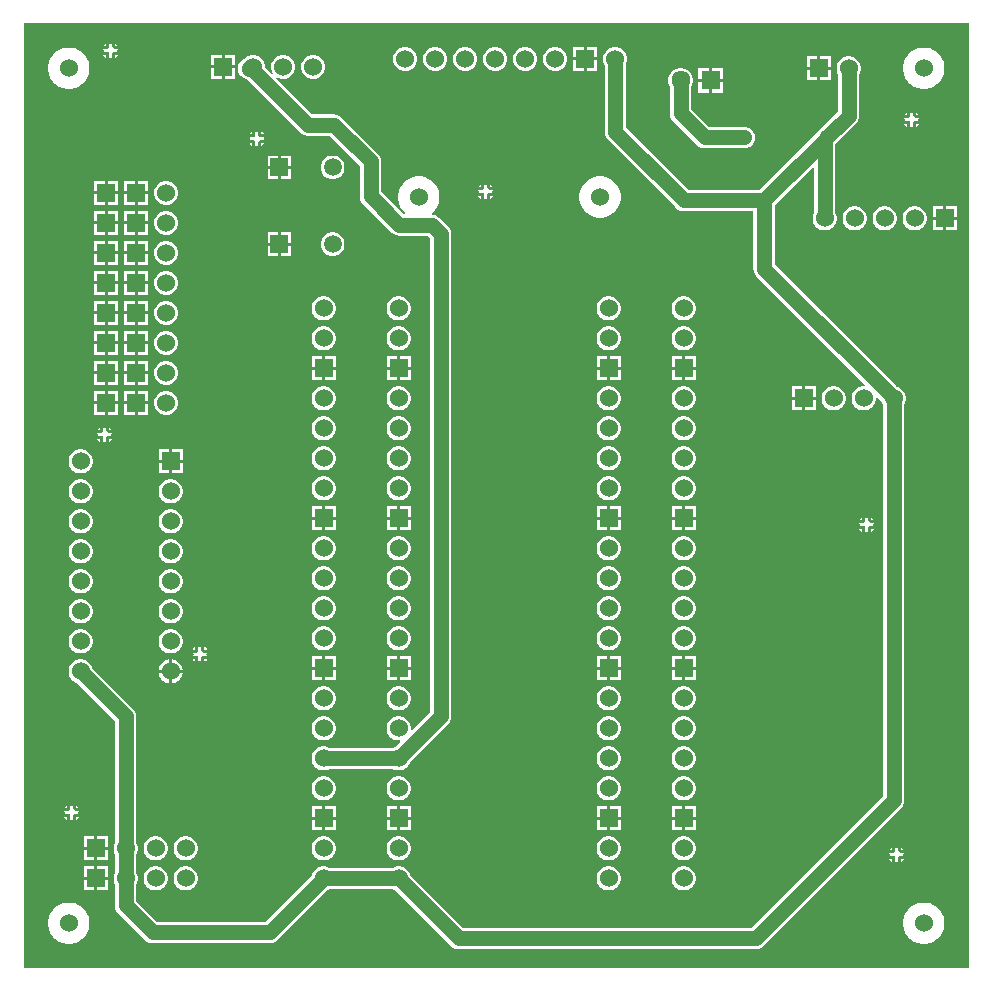
<source format=gbl>
G04*
G04 #@! TF.GenerationSoftware,Altium Limited,Altium Designer,24.0.1 (36)*
G04*
G04 Layer_Physical_Order=2*
G04 Layer_Color=16711680*
%FSLAX25Y25*%
%MOIN*%
G70*
G04*
G04 #@! TF.SameCoordinates,A26AD350-1B62-4F7C-A742-23546F987C93*
G04*
G04*
G04 #@! TF.FilePolarity,Positive*
G04*
G01*
G75*
%ADD13C,0.02500*%
%ADD24R,0.06000X0.06000*%
%ADD25C,0.06000*%
%ADD26R,0.05898X0.05898*%
%ADD27C,0.05898*%
%ADD28C,0.04953*%
%ADD29R,0.06339X0.06339*%
%ADD30C,0.06339*%
%ADD31C,0.01000*%
%ADD32C,0.05000*%
G36*
X314961D02*
X0D01*
Y314961D01*
X314961D01*
Y0D01*
D02*
G37*
%LPC*%
G36*
X29500Y308417D02*
X29150Y308272D01*
X29000Y308121D01*
X28850Y308272D01*
X28500Y308417D01*
Y307000D01*
X28000D01*
Y306500D01*
X26583D01*
X26728Y306150D01*
X26879Y306000D01*
X26728Y305850D01*
X26583Y305500D01*
X28000D01*
Y305000D01*
X28500D01*
Y303584D01*
X28850Y303728D01*
X29000Y303879D01*
X29150Y303728D01*
X29500Y303584D01*
Y305000D01*
X30000D01*
Y305500D01*
X31416D01*
X31272Y305850D01*
X31121Y306000D01*
X31272Y306150D01*
X31416Y306500D01*
X30000D01*
Y307000D01*
X29500D01*
Y308417D01*
D02*
G37*
G36*
X30500D02*
Y307500D01*
X31416D01*
X31272Y307850D01*
X30850Y308272D01*
X30500Y308417D01*
D02*
G37*
G36*
X27500D02*
X27150Y308272D01*
X26728Y307850D01*
X26583Y307500D01*
X27500D01*
Y308417D01*
D02*
G37*
G36*
X191165Y307150D02*
X187665D01*
Y303650D01*
X191165D01*
Y307150D01*
D02*
G37*
G36*
X186665D02*
X183165D01*
Y303650D01*
X186665D01*
Y307150D01*
D02*
G37*
G36*
X31416Y304500D02*
X30500D01*
Y303584D01*
X30850Y303728D01*
X31272Y304150D01*
X31416Y304500D01*
D02*
G37*
G36*
X27500D02*
X26583D01*
X26728Y304150D01*
X27150Y303728D01*
X27500Y303584D01*
Y304500D01*
D02*
G37*
G36*
X70500D02*
X67000D01*
Y301000D01*
X70500D01*
Y304500D01*
D02*
G37*
G36*
X66000D02*
X62500D01*
Y301000D01*
X66000D01*
Y304500D01*
D02*
G37*
G36*
X269000Y304000D02*
X265500D01*
Y300500D01*
X269000D01*
Y304000D01*
D02*
G37*
G36*
X264500D02*
X261000D01*
Y300500D01*
X264500D01*
Y304000D01*
D02*
G37*
G36*
X191165Y302650D02*
X187665D01*
Y299150D01*
X191165D01*
Y302650D01*
D02*
G37*
G36*
X186665D02*
X183165D01*
Y299150D01*
X186665D01*
Y302650D01*
D02*
G37*
G36*
X177692Y307150D02*
X176639D01*
X175621Y306877D01*
X174709Y306350D01*
X173965Y305606D01*
X173438Y304694D01*
X173165Y303676D01*
Y302623D01*
X173438Y301606D01*
X173965Y300694D01*
X174709Y299949D01*
X175621Y299422D01*
X176639Y299150D01*
X177692D01*
X178709Y299422D01*
X179621Y299949D01*
X180366Y300694D01*
X180893Y301606D01*
X181165Y302623D01*
Y303676D01*
X180893Y304694D01*
X180366Y305606D01*
X179621Y306350D01*
X178709Y306877D01*
X177692Y307150D01*
D02*
G37*
G36*
X167692D02*
X166639D01*
X165621Y306877D01*
X164709Y306350D01*
X163965Y305606D01*
X163438Y304694D01*
X163165Y303676D01*
Y302623D01*
X163438Y301606D01*
X163965Y300694D01*
X164709Y299949D01*
X165621Y299422D01*
X166639Y299150D01*
X167692D01*
X168709Y299422D01*
X169621Y299949D01*
X170366Y300694D01*
X170893Y301606D01*
X171165Y302623D01*
Y303676D01*
X170893Y304694D01*
X170366Y305606D01*
X169621Y306350D01*
X168709Y306877D01*
X167692Y307150D01*
D02*
G37*
G36*
X157692D02*
X156639D01*
X155621Y306877D01*
X154709Y306350D01*
X153965Y305606D01*
X153438Y304694D01*
X153165Y303676D01*
Y302623D01*
X153438Y301606D01*
X153965Y300694D01*
X154709Y299949D01*
X155621Y299422D01*
X156639Y299150D01*
X157692D01*
X158709Y299422D01*
X159621Y299949D01*
X160366Y300694D01*
X160893Y301606D01*
X161165Y302623D01*
Y303676D01*
X160893Y304694D01*
X160366Y305606D01*
X159621Y306350D01*
X158709Y306877D01*
X157692Y307150D01*
D02*
G37*
G36*
X147692D02*
X146639D01*
X145621Y306877D01*
X144709Y306350D01*
X143965Y305606D01*
X143438Y304694D01*
X143165Y303676D01*
Y302623D01*
X143438Y301606D01*
X143965Y300694D01*
X144709Y299949D01*
X145621Y299422D01*
X146639Y299150D01*
X147692D01*
X148709Y299422D01*
X149621Y299949D01*
X150366Y300694D01*
X150893Y301606D01*
X151165Y302623D01*
Y303676D01*
X150893Y304694D01*
X150366Y305606D01*
X149621Y306350D01*
X148709Y306877D01*
X147692Y307150D01*
D02*
G37*
G36*
X137692D02*
X136639D01*
X135621Y306877D01*
X134709Y306350D01*
X133965Y305606D01*
X133438Y304694D01*
X133165Y303676D01*
Y302623D01*
X133438Y301606D01*
X133965Y300694D01*
X134709Y299949D01*
X135621Y299422D01*
X136639Y299150D01*
X137692D01*
X138709Y299422D01*
X139621Y299949D01*
X140366Y300694D01*
X140893Y301606D01*
X141165Y302623D01*
Y303676D01*
X140893Y304694D01*
X140366Y305606D01*
X139621Y306350D01*
X138709Y306877D01*
X137692Y307150D01*
D02*
G37*
G36*
X127692D02*
X126639D01*
X125621Y306877D01*
X124709Y306350D01*
X123965Y305606D01*
X123438Y304694D01*
X123165Y303676D01*
Y302623D01*
X123438Y301606D01*
X123965Y300694D01*
X124709Y299949D01*
X125621Y299422D01*
X126639Y299150D01*
X127692D01*
X128709Y299422D01*
X129621Y299949D01*
X130366Y300694D01*
X130893Y301606D01*
X131165Y302623D01*
Y303676D01*
X130893Y304694D01*
X130366Y305606D01*
X129621Y306350D01*
X128709Y306877D01*
X127692Y307150D01*
D02*
G37*
G36*
X87027Y304500D02*
X85973D01*
X84956Y304227D01*
X84044Y303701D01*
X83299Y302956D01*
X82773Y302044D01*
X82500Y301027D01*
Y299973D01*
X82773Y298956D01*
X83075Y298432D01*
X82675Y298125D01*
X80500Y300300D01*
Y301027D01*
X80227Y302044D01*
X79701Y302956D01*
X78956Y303701D01*
X78044Y304227D01*
X77027Y304500D01*
X75973D01*
X74956Y304227D01*
X74044Y303701D01*
X73517Y303174D01*
X73235Y303057D01*
X72504Y302496D01*
X71943Y301765D01*
X71590Y300914D01*
X71470Y300000D01*
X71590Y299086D01*
X71943Y298235D01*
X72504Y297504D01*
X72695Y297312D01*
X73426Y296751D01*
X74278Y296399D01*
X74437Y296378D01*
X92209Y278607D01*
X92940Y278046D01*
X93791Y277693D01*
X94705Y277573D01*
X102092D01*
X112132Y267533D01*
Y257338D01*
X112252Y256425D01*
X112604Y255573D01*
X113165Y254842D01*
X122760Y245248D01*
X123491Y244687D01*
X124342Y244334D01*
X125256Y244214D01*
X134609D01*
X135470Y243353D01*
Y85462D01*
X129500Y79492D01*
X129000Y79700D01*
Y80527D01*
X128727Y81544D01*
X128201Y82456D01*
X127456Y83201D01*
X126544Y83727D01*
X125527Y84000D01*
X124473D01*
X123456Y83727D01*
X122544Y83201D01*
X121799Y82456D01*
X121273Y81544D01*
X121000Y80527D01*
Y79473D01*
X121273Y78456D01*
X121799Y77544D01*
X122544Y76799D01*
X123456Y76273D01*
X124473Y76000D01*
X125300D01*
X125507Y75500D01*
X123837Y73830D01*
X123456Y73727D01*
X123115Y73530D01*
X101885D01*
X101544Y73727D01*
X100527Y74000D01*
X99473D01*
X98456Y73727D01*
X97544Y73201D01*
X96799Y72456D01*
X96273Y71544D01*
X96000Y70527D01*
Y69473D01*
X96273Y68456D01*
X96799Y67544D01*
X97544Y66799D01*
X98456Y66273D01*
X99473Y66000D01*
X100527D01*
X101544Y66273D01*
X101885Y66470D01*
X123115D01*
X123456Y66273D01*
X124473Y66000D01*
X125527D01*
X126544Y66273D01*
X127456Y66799D01*
X128201Y67544D01*
X128727Y68456D01*
X128830Y68837D01*
X141496Y81504D01*
X142057Y82235D01*
X142410Y83086D01*
X142530Y84000D01*
Y244815D01*
X142410Y245729D01*
X142057Y246580D01*
X141496Y247311D01*
X138567Y250240D01*
X137836Y250801D01*
X136985Y251154D01*
X136180Y251260D01*
X135982Y251729D01*
X136067Y251786D01*
X137029Y252748D01*
X137785Y253879D01*
X138305Y255135D01*
X138571Y256469D01*
Y257830D01*
X138305Y259164D01*
X137785Y260421D01*
X137029Y261552D01*
X136067Y262513D01*
X134936Y263269D01*
X133680Y263790D01*
X132345Y264055D01*
X130985D01*
X129651Y263790D01*
X128394Y263269D01*
X127263Y262513D01*
X126302Y261552D01*
X125546Y260421D01*
X125025Y259164D01*
X124760Y257830D01*
Y256469D01*
X125025Y255135D01*
X125546Y253879D01*
X126302Y252748D01*
X127237Y251812D01*
X127201Y251642D01*
X127065Y251331D01*
X126702Y251291D01*
X119192Y258801D01*
Y268995D01*
X119192Y268995D01*
X119072Y269909D01*
X118719Y270760D01*
X118158Y271491D01*
X106050Y283599D01*
X105319Y284160D01*
X104468Y284513D01*
X103554Y284633D01*
X96167D01*
X84125Y296675D01*
X84432Y297075D01*
X84956Y296773D01*
X85973Y296500D01*
X87027D01*
X88044Y296773D01*
X88956Y297299D01*
X89701Y298044D01*
X90227Y298956D01*
X90500Y299973D01*
Y301027D01*
X90227Y302044D01*
X89701Y302956D01*
X88956Y303701D01*
X88044Y304227D01*
X87027Y304500D01*
D02*
G37*
G36*
X233169Y300169D02*
X229500D01*
Y296500D01*
X233169D01*
Y300169D01*
D02*
G37*
G36*
X97027Y304500D02*
X95973D01*
X94956Y304227D01*
X94044Y303701D01*
X93299Y302956D01*
X92773Y302044D01*
X92500Y301027D01*
Y299973D01*
X92773Y298956D01*
X93299Y298044D01*
X94044Y297299D01*
X94956Y296773D01*
X95973Y296500D01*
X97027D01*
X98044Y296773D01*
X98956Y297299D01*
X99701Y298044D01*
X100227Y298956D01*
X100500Y299973D01*
Y301027D01*
X100227Y302044D01*
X99701Y302956D01*
X98956Y303701D01*
X98044Y304227D01*
X97027Y304500D01*
D02*
G37*
G36*
X70500Y300000D02*
X67000D01*
Y296500D01*
X70500D01*
Y300000D01*
D02*
G37*
G36*
X66000D02*
X62500D01*
Y296500D01*
X66000D01*
Y300000D01*
D02*
G37*
G36*
X228500Y300169D02*
X224831D01*
Y296500D01*
X228500D01*
Y300169D01*
D02*
G37*
G36*
X269000Y299500D02*
X265500D01*
Y296000D01*
X269000D01*
Y299500D01*
D02*
G37*
G36*
X264500D02*
X261000D01*
Y296000D01*
X264500D01*
Y299500D01*
D02*
G37*
G36*
X300680Y306906D02*
X299320D01*
X297986Y306640D01*
X296729Y306120D01*
X295598Y305364D01*
X294636Y304402D01*
X293880Y303271D01*
X293360Y302014D01*
X293094Y300680D01*
Y299320D01*
X293360Y297986D01*
X293880Y296729D01*
X294636Y295598D01*
X295598Y294636D01*
X296729Y293880D01*
X297986Y293360D01*
X299320Y293094D01*
X300680D01*
X302014Y293360D01*
X303271Y293880D01*
X304402Y294636D01*
X305364Y295598D01*
X306120Y296729D01*
X306640Y297986D01*
X306906Y299320D01*
Y300680D01*
X306640Y302014D01*
X306120Y303271D01*
X305364Y304402D01*
X304402Y305364D01*
X303271Y306120D01*
X302014Y306640D01*
X300680Y306906D01*
D02*
G37*
G36*
X15680D02*
X14320D01*
X12986Y306640D01*
X11729Y306120D01*
X10598Y305364D01*
X9636Y304402D01*
X8880Y303271D01*
X8360Y302014D01*
X8095Y300680D01*
Y299320D01*
X8360Y297986D01*
X8880Y296729D01*
X9636Y295598D01*
X10598Y294636D01*
X11729Y293880D01*
X12986Y293360D01*
X14320Y293094D01*
X15680D01*
X17014Y293360D01*
X18271Y293880D01*
X19402Y294636D01*
X20364Y295598D01*
X21120Y296729D01*
X21640Y297986D01*
X21905Y299320D01*
Y300680D01*
X21640Y302014D01*
X21120Y303271D01*
X20364Y304402D01*
X19402Y305364D01*
X18271Y306120D01*
X17014Y306640D01*
X15680Y306906D01*
D02*
G37*
G36*
X233169Y295500D02*
X229500D01*
Y291831D01*
X233169D01*
Y295500D01*
D02*
G37*
G36*
X228500D02*
X224831D01*
Y291831D01*
X228500D01*
Y295500D01*
D02*
G37*
G36*
X296500Y285417D02*
X296150Y285272D01*
X296000Y285121D01*
X295850Y285272D01*
X295500Y285417D01*
Y284000D01*
X295000D01*
Y283500D01*
X293583D01*
X293728Y283150D01*
X293879Y283000D01*
X293728Y282850D01*
X293583Y282500D01*
X295000D01*
Y282000D01*
X295500D01*
Y280584D01*
X295850Y280728D01*
X296000Y280879D01*
X296150Y280728D01*
X296500Y280584D01*
Y282000D01*
X297000D01*
Y282500D01*
X298416D01*
X298272Y282850D01*
X298121Y283000D01*
X298272Y283150D01*
X298416Y283500D01*
X297000D01*
Y284000D01*
X296500D01*
Y285417D01*
D02*
G37*
G36*
X297500D02*
Y284500D01*
X298416D01*
X298272Y284850D01*
X297850Y285272D01*
X297500Y285417D01*
D02*
G37*
G36*
X294500D02*
X294150Y285272D01*
X293728Y284850D01*
X293583Y284500D01*
X294500D01*
Y285417D01*
D02*
G37*
G36*
X298416Y281500D02*
X297500D01*
Y280584D01*
X297850Y280728D01*
X298272Y281150D01*
X298416Y281500D01*
D02*
G37*
G36*
X294500D02*
X293583D01*
X293728Y281150D01*
X294150Y280728D01*
X294500Y280584D01*
Y281500D01*
D02*
G37*
G36*
X78240Y279007D02*
X77890Y278862D01*
X77740Y278712D01*
X77590Y278862D01*
X77240Y279007D01*
Y277590D01*
X76740D01*
Y277091D01*
X75324D01*
X75468Y276741D01*
X75619Y276590D01*
X75468Y276440D01*
X75324Y276091D01*
X76740D01*
Y275590D01*
X77240D01*
Y274174D01*
X77590Y274319D01*
X77740Y274469D01*
X77890Y274319D01*
X78240Y274174D01*
Y275590D01*
X78740D01*
Y276091D01*
X80157D01*
X80012Y276440D01*
X79861Y276590D01*
X80012Y276741D01*
X80157Y277091D01*
X78740D01*
Y277590D01*
X78240D01*
Y279007D01*
D02*
G37*
G36*
X79240D02*
Y278091D01*
X80157D01*
X80012Y278440D01*
X79590Y278862D01*
X79240Y279007D01*
D02*
G37*
G36*
X76240D02*
X75890Y278862D01*
X75468Y278440D01*
X75324Y278091D01*
X76240D01*
Y279007D01*
D02*
G37*
G36*
X80157Y275091D02*
X79240D01*
Y274174D01*
X79590Y274319D01*
X80012Y274741D01*
X80157Y275091D01*
D02*
G37*
G36*
X76240D02*
X75324D01*
X75468Y274741D01*
X75890Y274319D01*
X76240Y274174D01*
Y275091D01*
D02*
G37*
G36*
X219549Y300169D02*
X218451D01*
X217391Y299885D01*
X216440Y299336D01*
X215664Y298560D01*
X215115Y297609D01*
X214831Y296549D01*
Y295451D01*
X215115Y294391D01*
X215470Y293776D01*
Y285000D01*
X215590Y284086D01*
X215943Y283235D01*
X216504Y282504D01*
X224504Y274504D01*
X225235Y273943D01*
X226086Y273590D01*
X227000Y273470D01*
X240220D01*
X240629Y273524D01*
X240678D01*
X240725Y273536D01*
X241134Y273590D01*
X241515Y273748D01*
X241562Y273761D01*
X241605Y273785D01*
X241986Y273943D01*
X242313Y274194D01*
X242355Y274218D01*
X242390Y274253D01*
X242717Y274504D01*
X242968Y274831D01*
X243002Y274866D01*
X243027Y274908D01*
X243278Y275235D01*
X243436Y275616D01*
X243460Y275658D01*
X243473Y275705D01*
X243630Y276086D01*
X243684Y276495D01*
X243697Y276542D01*
Y276591D01*
X243751Y277000D01*
X243697Y277409D01*
Y277458D01*
X243684Y277505D01*
X243630Y277914D01*
X243473Y278295D01*
X243460Y278342D01*
X243436Y278384D01*
X243278Y278765D01*
X243027Y279092D01*
X243002Y279134D01*
X242968Y279169D01*
X242717Y279496D01*
X242390Y279747D01*
X242355Y279782D01*
X242313Y279806D01*
X241986Y280057D01*
X241605Y280215D01*
X241562Y280240D01*
X241515Y280252D01*
X241134Y280410D01*
X240725Y280464D01*
X240678Y280476D01*
X240629D01*
X240220Y280530D01*
X228462D01*
X222530Y286462D01*
Y293776D01*
X222885Y294391D01*
X223169Y295451D01*
Y296549D01*
X222885Y297609D01*
X222336Y298560D01*
X221560Y299336D01*
X220609Y299885D01*
X219549Y300169D01*
D02*
G37*
G36*
X89232Y270949D02*
X85783D01*
Y267500D01*
X89232D01*
Y270949D01*
D02*
G37*
G36*
X84784D02*
X81335D01*
Y267500D01*
X84784D01*
Y270949D01*
D02*
G37*
G36*
X103520D02*
X102480D01*
X101476Y270680D01*
X100575Y270160D01*
X99840Y269425D01*
X99320Y268524D01*
X99051Y267520D01*
Y266480D01*
X99320Y265476D01*
X99840Y264575D01*
X100575Y263840D01*
X101476Y263320D01*
X102480Y263051D01*
X103520D01*
X104524Y263320D01*
X105425Y263840D01*
X106160Y264575D01*
X106680Y265476D01*
X106949Y266480D01*
Y267520D01*
X106680Y268524D01*
X106160Y269425D01*
X105425Y270160D01*
X104524Y270680D01*
X103520Y270949D01*
D02*
G37*
G36*
X89232Y266500D02*
X85783D01*
Y263051D01*
X89232D01*
Y266500D01*
D02*
G37*
G36*
X84784D02*
X81335D01*
Y263051D01*
X84784D01*
Y266500D01*
D02*
G37*
G36*
X154500Y261417D02*
X154150Y261272D01*
X154000Y261121D01*
X153850Y261272D01*
X153500Y261417D01*
Y260000D01*
X153000D01*
Y259500D01*
X151584D01*
X151728Y259150D01*
X151879Y259000D01*
X151728Y258850D01*
X151584Y258500D01*
X153000D01*
Y258000D01*
X153500D01*
Y256583D01*
X153850Y256728D01*
X154000Y256879D01*
X154150Y256728D01*
X154500Y256583D01*
Y258000D01*
X155000D01*
Y258500D01*
X156416D01*
X156272Y258850D01*
X156121Y259000D01*
X156272Y259150D01*
X156416Y259500D01*
X155000D01*
Y260000D01*
X154500D01*
Y261417D01*
D02*
G37*
G36*
X155500D02*
Y260500D01*
X156416D01*
X156272Y260850D01*
X155850Y261272D01*
X155500Y261417D01*
D02*
G37*
G36*
X152500D02*
X152150Y261272D01*
X151728Y260850D01*
X151584Y260500D01*
X152500D01*
Y261417D01*
D02*
G37*
G36*
X41500Y262500D02*
X38000D01*
Y259000D01*
X41500D01*
Y262500D01*
D02*
G37*
G36*
X37000D02*
X33500D01*
Y259000D01*
X37000D01*
Y262500D01*
D02*
G37*
G36*
X31500D02*
X28000D01*
Y259000D01*
X31500D01*
Y262500D01*
D02*
G37*
G36*
X27000D02*
X23500D01*
Y259000D01*
X27000D01*
Y262500D01*
D02*
G37*
G36*
X156416Y257500D02*
X155500D01*
Y256583D01*
X155850Y256728D01*
X156272Y257150D01*
X156416Y257500D01*
D02*
G37*
G36*
X152500D02*
X151584D01*
X151728Y257150D01*
X152150Y256728D01*
X152500Y256583D01*
Y257500D01*
D02*
G37*
G36*
X48027Y262500D02*
X46973D01*
X45956Y262227D01*
X45044Y261701D01*
X44299Y260956D01*
X43773Y260044D01*
X43500Y259027D01*
Y257973D01*
X43773Y256956D01*
X44299Y256044D01*
X45044Y255299D01*
X45956Y254773D01*
X46973Y254500D01*
X48027D01*
X49044Y254773D01*
X49956Y255299D01*
X50701Y256044D01*
X51227Y256956D01*
X51500Y257973D01*
Y259027D01*
X51227Y260044D01*
X50701Y260956D01*
X49956Y261701D01*
X49044Y262227D01*
X48027Y262500D01*
D02*
G37*
G36*
X41500Y258000D02*
X38000D01*
Y254500D01*
X41500D01*
Y258000D01*
D02*
G37*
G36*
X37000D02*
X33500D01*
Y254500D01*
X37000D01*
Y258000D01*
D02*
G37*
G36*
X31500D02*
X28000D01*
Y254500D01*
X31500D01*
Y258000D01*
D02*
G37*
G36*
X27000D02*
X23500D01*
Y254500D01*
X27000D01*
Y258000D01*
D02*
G37*
G36*
X311000Y254000D02*
X307500D01*
Y250500D01*
X311000D01*
Y254000D01*
D02*
G37*
G36*
X306500D02*
X303000D01*
Y250500D01*
X306500D01*
Y254000D01*
D02*
G37*
G36*
X192845Y264055D02*
X191485D01*
X190151Y263790D01*
X188894Y263269D01*
X187763Y262513D01*
X186802Y261552D01*
X186046Y260421D01*
X185525Y259164D01*
X185260Y257830D01*
Y256469D01*
X185525Y255135D01*
X186046Y253879D01*
X186802Y252748D01*
X187763Y251786D01*
X188894Y251030D01*
X190151Y250510D01*
X191485Y250244D01*
X192845D01*
X194180Y250510D01*
X195436Y251030D01*
X196567Y251786D01*
X197529Y252748D01*
X198285Y253879D01*
X198805Y255135D01*
X199071Y256469D01*
Y257830D01*
X198805Y259164D01*
X198285Y260421D01*
X197529Y261552D01*
X196567Y262513D01*
X195436Y263269D01*
X194180Y263790D01*
X192845Y264055D01*
D02*
G37*
G36*
X41500Y252500D02*
X38000D01*
Y249000D01*
X41500D01*
Y252500D01*
D02*
G37*
G36*
X37000D02*
X33500D01*
Y249000D01*
X37000D01*
Y252500D01*
D02*
G37*
G36*
X31500D02*
X28000D01*
Y249000D01*
X31500D01*
Y252500D01*
D02*
G37*
G36*
X27000D02*
X23500D01*
Y249000D01*
X27000D01*
Y252500D01*
D02*
G37*
G36*
X311000Y249500D02*
X307500D01*
Y246000D01*
X311000D01*
Y249500D01*
D02*
G37*
G36*
X306500D02*
X303000D01*
Y246000D01*
X306500D01*
Y249500D01*
D02*
G37*
G36*
X297527Y254000D02*
X296473D01*
X295456Y253727D01*
X294544Y253201D01*
X293799Y252456D01*
X293273Y251544D01*
X293000Y250527D01*
Y249473D01*
X293273Y248456D01*
X293799Y247544D01*
X294544Y246799D01*
X295456Y246273D01*
X296473Y246000D01*
X297527D01*
X298544Y246273D01*
X299456Y246799D01*
X300201Y247544D01*
X300727Y248456D01*
X301000Y249473D01*
Y250527D01*
X300727Y251544D01*
X300201Y252456D01*
X299456Y253201D01*
X298544Y253727D01*
X297527Y254000D01*
D02*
G37*
G36*
X287527D02*
X286473D01*
X285456Y253727D01*
X284544Y253201D01*
X283799Y252456D01*
X283273Y251544D01*
X283000Y250527D01*
Y249473D01*
X283273Y248456D01*
X283799Y247544D01*
X284544Y246799D01*
X285456Y246273D01*
X286473Y246000D01*
X287527D01*
X288544Y246273D01*
X289456Y246799D01*
X290201Y247544D01*
X290727Y248456D01*
X291000Y249473D01*
Y250527D01*
X290727Y251544D01*
X290201Y252456D01*
X289456Y253201D01*
X288544Y253727D01*
X287527Y254000D01*
D02*
G37*
G36*
X277527D02*
X276473D01*
X275456Y253727D01*
X274544Y253201D01*
X273799Y252456D01*
X273273Y251544D01*
X273000Y250527D01*
Y249473D01*
X273273Y248456D01*
X273799Y247544D01*
X274544Y246799D01*
X275456Y246273D01*
X276473Y246000D01*
X277527D01*
X278544Y246273D01*
X279456Y246799D01*
X280201Y247544D01*
X280727Y248456D01*
X281000Y249473D01*
Y250527D01*
X280727Y251544D01*
X280201Y252456D01*
X279456Y253201D01*
X278544Y253727D01*
X277527Y254000D01*
D02*
G37*
G36*
X197692Y307150D02*
X196639D01*
X195621Y306877D01*
X194709Y306350D01*
X193965Y305606D01*
X193438Y304694D01*
X193165Y303676D01*
Y302623D01*
X193438Y301606D01*
X193635Y301264D01*
Y278835D01*
X193755Y277921D01*
X194108Y277069D01*
X194669Y276338D01*
X217504Y253504D01*
X218235Y252943D01*
X219086Y252590D01*
X220000Y252470D01*
X243249D01*
Y233221D01*
X243370Y232307D01*
X243722Y231455D01*
X244283Y230724D01*
X280507Y194500D01*
X280300Y194000D01*
X279473D01*
X278456Y193727D01*
X277544Y193201D01*
X276799Y192456D01*
X276273Y191544D01*
X276000Y190527D01*
Y189473D01*
X276273Y188456D01*
X276799Y187544D01*
X277544Y186799D01*
X278456Y186273D01*
X279473Y186000D01*
X280527D01*
X281544Y186273D01*
X282456Y186799D01*
X283201Y187544D01*
X283727Y188456D01*
X284000Y189473D01*
Y190300D01*
X284500Y190507D01*
X286171Y188837D01*
X286273Y188456D01*
X286470Y188115D01*
Y57462D01*
X242538Y13530D01*
X146462D01*
X128830Y31163D01*
X128727Y31544D01*
X128201Y32456D01*
X127456Y33201D01*
X126544Y33727D01*
X125527Y34000D01*
X124473D01*
X123456Y33727D01*
X123115Y33530D01*
X101885D01*
X101544Y33727D01*
X100527Y34000D01*
X99473D01*
X98456Y33727D01*
X97544Y33201D01*
X96799Y32456D01*
X96273Y31544D01*
X96171Y31163D01*
X80538Y15530D01*
X44462D01*
X37530Y22462D01*
Y28115D01*
X37727Y28456D01*
X38000Y29473D01*
Y30527D01*
X37727Y31544D01*
X37530Y31885D01*
Y38115D01*
X37727Y38456D01*
X38000Y39473D01*
Y40527D01*
X37727Y41544D01*
X37530Y41886D01*
Y84000D01*
X37410Y84914D01*
X37057Y85765D01*
X36496Y86496D01*
X22829Y100163D01*
X22727Y100544D01*
X22201Y101456D01*
X21456Y102201D01*
X20544Y102727D01*
X19527Y103000D01*
X18473D01*
X17456Y102727D01*
X16544Y102201D01*
X15799Y101456D01*
X15273Y100544D01*
X15000Y99527D01*
Y98473D01*
X15273Y97456D01*
X15799Y96544D01*
X16544Y95799D01*
X17456Y95273D01*
X17837Y95170D01*
X30470Y82538D01*
Y41886D01*
X30273Y41544D01*
X30000Y40527D01*
Y39473D01*
X30273Y38456D01*
X30470Y38115D01*
Y31885D01*
X30273Y31544D01*
X30000Y30527D01*
Y29473D01*
X30273Y28456D01*
X30470Y28115D01*
Y21000D01*
X30590Y20086D01*
X30943Y19235D01*
X31504Y18504D01*
X40504Y9504D01*
X41235Y8943D01*
X42086Y8590D01*
X43000Y8470D01*
X82000D01*
X82914Y8590D01*
X83765Y8943D01*
X84496Y9504D01*
X101163Y26171D01*
X101544Y26273D01*
X101885Y26470D01*
X123115D01*
X123456Y26273D01*
X123837Y26171D01*
X142504Y7504D01*
X143235Y6943D01*
X144086Y6590D01*
X145000Y6470D01*
X244000D01*
X244914Y6590D01*
X245765Y6943D01*
X246496Y7504D01*
X292496Y53504D01*
X293057Y54235D01*
X293410Y55086D01*
X293530Y56000D01*
Y188115D01*
X293727Y188456D01*
X294000Y189473D01*
Y190527D01*
X293727Y191544D01*
X293201Y192456D01*
X292456Y193201D01*
X291544Y193727D01*
X291163Y193830D01*
X250310Y234683D01*
Y254538D01*
X263008Y267236D01*
X263470Y267044D01*
Y251886D01*
X263273Y251544D01*
X263000Y250527D01*
Y249473D01*
X263273Y248456D01*
X263799Y247544D01*
X264544Y246799D01*
X265456Y246273D01*
X266473Y246000D01*
X267527D01*
X268544Y246273D01*
X269456Y246799D01*
X270201Y247544D01*
X270727Y248456D01*
X271000Y249473D01*
Y250527D01*
X270727Y251544D01*
X270530Y251886D01*
Y274758D01*
X277496Y281724D01*
X278057Y282455D01*
X278410Y283307D01*
X278530Y284221D01*
Y298114D01*
X278727Y298456D01*
X279000Y299473D01*
Y300527D01*
X278727Y301544D01*
X278201Y302456D01*
X277456Y303201D01*
X276544Y303727D01*
X275527Y304000D01*
X274473D01*
X273456Y303727D01*
X272544Y303201D01*
X271799Y302456D01*
X271273Y301544D01*
X271000Y300527D01*
Y299473D01*
X271273Y298456D01*
X271470Y298114D01*
Y285683D01*
X265283Y279496D01*
X264504Y278717D01*
X245317Y259530D01*
X221462D01*
X200696Y280297D01*
Y301264D01*
X200893Y301606D01*
X201165Y302623D01*
Y303676D01*
X200893Y304694D01*
X200366Y305606D01*
X199621Y306350D01*
X198709Y306877D01*
X197692Y307150D01*
D02*
G37*
G36*
X48027Y252500D02*
X46973D01*
X45956Y252227D01*
X45044Y251701D01*
X44299Y250956D01*
X43773Y250044D01*
X43500Y249027D01*
Y247973D01*
X43773Y246956D01*
X44299Y246044D01*
X45044Y245299D01*
X45956Y244773D01*
X46973Y244500D01*
X48027D01*
X49044Y244773D01*
X49956Y245299D01*
X50701Y246044D01*
X51227Y246956D01*
X51500Y247973D01*
Y249027D01*
X51227Y250044D01*
X50701Y250956D01*
X49956Y251701D01*
X49044Y252227D01*
X48027Y252500D01*
D02*
G37*
G36*
X41500Y248000D02*
X38000D01*
Y244500D01*
X41500D01*
Y248000D01*
D02*
G37*
G36*
X37000D02*
X33500D01*
Y244500D01*
X37000D01*
Y248000D01*
D02*
G37*
G36*
X31500D02*
X28000D01*
Y244500D01*
X31500D01*
Y248000D01*
D02*
G37*
G36*
X27000D02*
X23500D01*
Y244500D01*
X27000D01*
Y248000D01*
D02*
G37*
G36*
X89232Y245358D02*
X85783D01*
Y241909D01*
X89232D01*
Y245358D01*
D02*
G37*
G36*
X84784D02*
X81335D01*
Y241909D01*
X84784D01*
Y245358D01*
D02*
G37*
G36*
X41500Y242500D02*
X38000D01*
Y239000D01*
X41500D01*
Y242500D01*
D02*
G37*
G36*
X37000D02*
X33500D01*
Y239000D01*
X37000D01*
Y242500D01*
D02*
G37*
G36*
X31500D02*
X28000D01*
Y239000D01*
X31500D01*
Y242500D01*
D02*
G37*
G36*
X27000D02*
X23500D01*
Y239000D01*
X27000D01*
Y242500D01*
D02*
G37*
G36*
X103520Y245358D02*
X102480D01*
X101476Y245089D01*
X100575Y244569D01*
X99840Y243834D01*
X99320Y242934D01*
X99051Y241929D01*
Y240890D01*
X99320Y239885D01*
X99840Y238985D01*
X100575Y238250D01*
X101476Y237730D01*
X102480Y237461D01*
X103520D01*
X104524Y237730D01*
X105425Y238250D01*
X106160Y238985D01*
X106680Y239885D01*
X106949Y240890D01*
Y241929D01*
X106680Y242934D01*
X106160Y243834D01*
X105425Y244569D01*
X104524Y245089D01*
X103520Y245358D01*
D02*
G37*
G36*
X89232Y240909D02*
X85783D01*
Y237461D01*
X89232D01*
Y240909D01*
D02*
G37*
G36*
X84784D02*
X81335D01*
Y237461D01*
X84784D01*
Y240909D01*
D02*
G37*
G36*
X48027Y242500D02*
X46973D01*
X45956Y242227D01*
X45044Y241701D01*
X44299Y240956D01*
X43773Y240044D01*
X43500Y239027D01*
Y237973D01*
X43773Y236956D01*
X44299Y236044D01*
X45044Y235299D01*
X45956Y234773D01*
X46973Y234500D01*
X48027D01*
X49044Y234773D01*
X49956Y235299D01*
X50701Y236044D01*
X51227Y236956D01*
X51500Y237973D01*
Y239027D01*
X51227Y240044D01*
X50701Y240956D01*
X49956Y241701D01*
X49044Y242227D01*
X48027Y242500D01*
D02*
G37*
G36*
X41500Y238000D02*
X38000D01*
Y234500D01*
X41500D01*
Y238000D01*
D02*
G37*
G36*
X37000D02*
X33500D01*
Y234500D01*
X37000D01*
Y238000D01*
D02*
G37*
G36*
X31500D02*
X28000D01*
Y234500D01*
X31500D01*
Y238000D01*
D02*
G37*
G36*
X27000D02*
X23500D01*
Y234500D01*
X27000D01*
Y238000D01*
D02*
G37*
G36*
X41500Y232500D02*
X38000D01*
Y229000D01*
X41500D01*
Y232500D01*
D02*
G37*
G36*
X37000D02*
X33500D01*
Y229000D01*
X37000D01*
Y232500D01*
D02*
G37*
G36*
X31500D02*
X28000D01*
Y229000D01*
X31500D01*
Y232500D01*
D02*
G37*
G36*
X27000D02*
X23500D01*
Y229000D01*
X27000D01*
Y232500D01*
D02*
G37*
G36*
X48027D02*
X46973D01*
X45956Y232227D01*
X45044Y231701D01*
X44299Y230956D01*
X43773Y230044D01*
X43500Y229027D01*
Y227973D01*
X43773Y226956D01*
X44299Y226044D01*
X45044Y225299D01*
X45956Y224773D01*
X46973Y224500D01*
X48027D01*
X49044Y224773D01*
X49956Y225299D01*
X50701Y226044D01*
X51227Y226956D01*
X51500Y227973D01*
Y229027D01*
X51227Y230044D01*
X50701Y230956D01*
X49956Y231701D01*
X49044Y232227D01*
X48027Y232500D01*
D02*
G37*
G36*
X41500Y228000D02*
X38000D01*
Y224500D01*
X41500D01*
Y228000D01*
D02*
G37*
G36*
X37000D02*
X33500D01*
Y224500D01*
X37000D01*
Y228000D01*
D02*
G37*
G36*
X31500D02*
X28000D01*
Y224500D01*
X31500D01*
Y228000D01*
D02*
G37*
G36*
X27000D02*
X23500D01*
Y224500D01*
X27000D01*
Y228000D01*
D02*
G37*
G36*
X41500Y222500D02*
X38000D01*
Y219000D01*
X41500D01*
Y222500D01*
D02*
G37*
G36*
X37000D02*
X33500D01*
Y219000D01*
X37000D01*
Y222500D01*
D02*
G37*
G36*
X31500D02*
X28000D01*
Y219000D01*
X31500D01*
Y222500D01*
D02*
G37*
G36*
X27000D02*
X23500D01*
Y219000D01*
X27000D01*
Y222500D01*
D02*
G37*
G36*
X220527Y224000D02*
X219473D01*
X218456Y223727D01*
X217544Y223201D01*
X216799Y222456D01*
X216273Y221544D01*
X216000Y220527D01*
Y219473D01*
X216273Y218456D01*
X216799Y217544D01*
X217544Y216799D01*
X218456Y216273D01*
X219473Y216000D01*
X220527D01*
X221544Y216273D01*
X222456Y216799D01*
X223201Y217544D01*
X223727Y218456D01*
X224000Y219473D01*
Y220527D01*
X223727Y221544D01*
X223201Y222456D01*
X222456Y223201D01*
X221544Y223727D01*
X220527Y224000D01*
D02*
G37*
G36*
X195527D02*
X194473D01*
X193456Y223727D01*
X192544Y223201D01*
X191799Y222456D01*
X191273Y221544D01*
X191000Y220527D01*
Y219473D01*
X191273Y218456D01*
X191799Y217544D01*
X192544Y216799D01*
X193456Y216273D01*
X194473Y216000D01*
X195527D01*
X196544Y216273D01*
X197456Y216799D01*
X198201Y217544D01*
X198727Y218456D01*
X199000Y219473D01*
Y220527D01*
X198727Y221544D01*
X198201Y222456D01*
X197456Y223201D01*
X196544Y223727D01*
X195527Y224000D01*
D02*
G37*
G36*
X125527D02*
X124473D01*
X123456Y223727D01*
X122544Y223201D01*
X121799Y222456D01*
X121273Y221544D01*
X121000Y220527D01*
Y219473D01*
X121273Y218456D01*
X121799Y217544D01*
X122544Y216799D01*
X123456Y216273D01*
X124473Y216000D01*
X125527D01*
X126544Y216273D01*
X127456Y216799D01*
X128201Y217544D01*
X128727Y218456D01*
X129000Y219473D01*
Y220527D01*
X128727Y221544D01*
X128201Y222456D01*
X127456Y223201D01*
X126544Y223727D01*
X125527Y224000D01*
D02*
G37*
G36*
X100527D02*
X99473D01*
X98456Y223727D01*
X97544Y223201D01*
X96799Y222456D01*
X96273Y221544D01*
X96000Y220527D01*
Y219473D01*
X96273Y218456D01*
X96799Y217544D01*
X97544Y216799D01*
X98456Y216273D01*
X99473Y216000D01*
X100527D01*
X101544Y216273D01*
X102456Y216799D01*
X103201Y217544D01*
X103727Y218456D01*
X104000Y219473D01*
Y220527D01*
X103727Y221544D01*
X103201Y222456D01*
X102456Y223201D01*
X101544Y223727D01*
X100527Y224000D01*
D02*
G37*
G36*
X48027Y222500D02*
X46973D01*
X45956Y222227D01*
X45044Y221701D01*
X44299Y220956D01*
X43773Y220044D01*
X43500Y219027D01*
Y217973D01*
X43773Y216956D01*
X44299Y216044D01*
X45044Y215299D01*
X45956Y214773D01*
X46973Y214500D01*
X48027D01*
X49044Y214773D01*
X49956Y215299D01*
X50701Y216044D01*
X51227Y216956D01*
X51500Y217973D01*
Y219027D01*
X51227Y220044D01*
X50701Y220956D01*
X49956Y221701D01*
X49044Y222227D01*
X48027Y222500D01*
D02*
G37*
G36*
X41500Y218000D02*
X38000D01*
Y214500D01*
X41500D01*
Y218000D01*
D02*
G37*
G36*
X37000D02*
X33500D01*
Y214500D01*
X37000D01*
Y218000D01*
D02*
G37*
G36*
X31500D02*
X28000D01*
Y214500D01*
X31500D01*
Y218000D01*
D02*
G37*
G36*
X27000D02*
X23500D01*
Y214500D01*
X27000D01*
Y218000D01*
D02*
G37*
G36*
X41500Y212500D02*
X38000D01*
Y209000D01*
X41500D01*
Y212500D01*
D02*
G37*
G36*
X37000D02*
X33500D01*
Y209000D01*
X37000D01*
Y212500D01*
D02*
G37*
G36*
X31500D02*
X28000D01*
Y209000D01*
X31500D01*
Y212500D01*
D02*
G37*
G36*
X27000D02*
X23500D01*
Y209000D01*
X27000D01*
Y212500D01*
D02*
G37*
G36*
X220527Y214000D02*
X219473D01*
X218456Y213727D01*
X217544Y213201D01*
X216799Y212456D01*
X216273Y211544D01*
X216000Y210527D01*
Y209473D01*
X216273Y208456D01*
X216799Y207544D01*
X217544Y206799D01*
X218456Y206273D01*
X219473Y206000D01*
X220527D01*
X221544Y206273D01*
X222456Y206799D01*
X223201Y207544D01*
X223727Y208456D01*
X224000Y209473D01*
Y210527D01*
X223727Y211544D01*
X223201Y212456D01*
X222456Y213201D01*
X221544Y213727D01*
X220527Y214000D01*
D02*
G37*
G36*
X195527D02*
X194473D01*
X193456Y213727D01*
X192544Y213201D01*
X191799Y212456D01*
X191273Y211544D01*
X191000Y210527D01*
Y209473D01*
X191273Y208456D01*
X191799Y207544D01*
X192544Y206799D01*
X193456Y206273D01*
X194473Y206000D01*
X195527D01*
X196544Y206273D01*
X197456Y206799D01*
X198201Y207544D01*
X198727Y208456D01*
X199000Y209473D01*
Y210527D01*
X198727Y211544D01*
X198201Y212456D01*
X197456Y213201D01*
X196544Y213727D01*
X195527Y214000D01*
D02*
G37*
G36*
X125527D02*
X124473D01*
X123456Y213727D01*
X122544Y213201D01*
X121799Y212456D01*
X121273Y211544D01*
X121000Y210527D01*
Y209473D01*
X121273Y208456D01*
X121799Y207544D01*
X122544Y206799D01*
X123456Y206273D01*
X124473Y206000D01*
X125527D01*
X126544Y206273D01*
X127456Y206799D01*
X128201Y207544D01*
X128727Y208456D01*
X129000Y209473D01*
Y210527D01*
X128727Y211544D01*
X128201Y212456D01*
X127456Y213201D01*
X126544Y213727D01*
X125527Y214000D01*
D02*
G37*
G36*
X100527D02*
X99473D01*
X98456Y213727D01*
X97544Y213201D01*
X96799Y212456D01*
X96273Y211544D01*
X96000Y210527D01*
Y209473D01*
X96273Y208456D01*
X96799Y207544D01*
X97544Y206799D01*
X98456Y206273D01*
X99473Y206000D01*
X100527D01*
X101544Y206273D01*
X102456Y206799D01*
X103201Y207544D01*
X103727Y208456D01*
X104000Y209473D01*
Y210527D01*
X103727Y211544D01*
X103201Y212456D01*
X102456Y213201D01*
X101544Y213727D01*
X100527Y214000D01*
D02*
G37*
G36*
X48027Y212500D02*
X46973D01*
X45956Y212227D01*
X45044Y211701D01*
X44299Y210956D01*
X43773Y210044D01*
X43500Y209027D01*
Y207973D01*
X43773Y206956D01*
X44299Y206044D01*
X45044Y205299D01*
X45956Y204773D01*
X46973Y204500D01*
X48027D01*
X49044Y204773D01*
X49956Y205299D01*
X50701Y206044D01*
X51227Y206956D01*
X51500Y207973D01*
Y209027D01*
X51227Y210044D01*
X50701Y210956D01*
X49956Y211701D01*
X49044Y212227D01*
X48027Y212500D01*
D02*
G37*
G36*
X41500Y208000D02*
X38000D01*
Y204500D01*
X41500D01*
Y208000D01*
D02*
G37*
G36*
X37000D02*
X33500D01*
Y204500D01*
X37000D01*
Y208000D01*
D02*
G37*
G36*
X31500D02*
X28000D01*
Y204500D01*
X31500D01*
Y208000D01*
D02*
G37*
G36*
X27000D02*
X23500D01*
Y204500D01*
X27000D01*
Y208000D01*
D02*
G37*
G36*
X199000Y204000D02*
X195500D01*
Y200500D01*
X199000D01*
Y204000D01*
D02*
G37*
G36*
X224000D02*
X220500D01*
Y200500D01*
X224000D01*
Y204000D01*
D02*
G37*
G36*
X129000D02*
X125500D01*
Y200500D01*
X129000D01*
Y204000D01*
D02*
G37*
G36*
X104000D02*
X100500D01*
Y200500D01*
X104000D01*
Y204000D01*
D02*
G37*
G36*
X194500D02*
X191000D01*
Y200500D01*
X194500D01*
Y204000D01*
D02*
G37*
G36*
X219500D02*
X216000D01*
Y200500D01*
X219500D01*
Y204000D01*
D02*
G37*
G36*
X99500D02*
X96000D01*
Y200500D01*
X99500D01*
Y204000D01*
D02*
G37*
G36*
X124500D02*
X121000D01*
Y200500D01*
X124500D01*
Y204000D01*
D02*
G37*
G36*
X41500Y202500D02*
X38000D01*
Y199000D01*
X41500D01*
Y202500D01*
D02*
G37*
G36*
X37000D02*
X33500D01*
Y199000D01*
X37000D01*
Y202500D01*
D02*
G37*
G36*
X31500D02*
X28000D01*
Y199000D01*
X31500D01*
Y202500D01*
D02*
G37*
G36*
X27000D02*
X23500D01*
Y199000D01*
X27000D01*
Y202500D01*
D02*
G37*
G36*
X224000Y199500D02*
X220500D01*
Y196000D01*
X224000D01*
Y199500D01*
D02*
G37*
G36*
X219500D02*
X216000D01*
Y196000D01*
X219500D01*
Y199500D01*
D02*
G37*
G36*
X199000D02*
X195500D01*
Y196000D01*
X199000D01*
Y199500D01*
D02*
G37*
G36*
X194500D02*
X191000D01*
Y196000D01*
X194500D01*
Y199500D01*
D02*
G37*
G36*
X129000D02*
X125500D01*
Y196000D01*
X129000D01*
Y199500D01*
D02*
G37*
G36*
X124500D02*
X121000D01*
Y196000D01*
X124500D01*
Y199500D01*
D02*
G37*
G36*
X104000D02*
X100500D01*
Y196000D01*
X104000D01*
Y199500D01*
D02*
G37*
G36*
X99500D02*
X96000D01*
Y196000D01*
X99500D01*
Y199500D01*
D02*
G37*
G36*
X48027Y202500D02*
X46973D01*
X45956Y202227D01*
X45044Y201701D01*
X44299Y200956D01*
X43773Y200044D01*
X43500Y199027D01*
Y197973D01*
X43773Y196956D01*
X44299Y196044D01*
X45044Y195299D01*
X45956Y194773D01*
X46973Y194500D01*
X48027D01*
X49044Y194773D01*
X49956Y195299D01*
X50701Y196044D01*
X51227Y196956D01*
X51500Y197973D01*
Y199027D01*
X51227Y200044D01*
X50701Y200956D01*
X49956Y201701D01*
X49044Y202227D01*
X48027Y202500D01*
D02*
G37*
G36*
X41500Y198000D02*
X38000D01*
Y194500D01*
X41500D01*
Y198000D01*
D02*
G37*
G36*
X37000D02*
X33500D01*
Y194500D01*
X37000D01*
Y198000D01*
D02*
G37*
G36*
X31500D02*
X28000D01*
Y194500D01*
X31500D01*
Y198000D01*
D02*
G37*
G36*
X27000D02*
X23500D01*
Y194500D01*
X27000D01*
Y198000D01*
D02*
G37*
G36*
X264000Y194000D02*
X260500D01*
Y190500D01*
X264000D01*
Y194000D01*
D02*
G37*
G36*
X259500D02*
X256000D01*
Y190500D01*
X259500D01*
Y194000D01*
D02*
G37*
G36*
X41500Y192500D02*
X38000D01*
Y189000D01*
X41500D01*
Y192500D01*
D02*
G37*
G36*
X37000D02*
X33500D01*
Y189000D01*
X37000D01*
Y192500D01*
D02*
G37*
G36*
X31500D02*
X28000D01*
Y189000D01*
X31500D01*
Y192500D01*
D02*
G37*
G36*
X27000D02*
X23500D01*
Y189000D01*
X27000D01*
Y192500D01*
D02*
G37*
G36*
X270527Y194000D02*
X269473D01*
X268456Y193727D01*
X267544Y193201D01*
X266799Y192456D01*
X266273Y191544D01*
X266000Y190527D01*
Y189473D01*
X266273Y188456D01*
X266799Y187544D01*
X267544Y186799D01*
X268456Y186273D01*
X269473Y186000D01*
X270527D01*
X271544Y186273D01*
X272456Y186799D01*
X273201Y187544D01*
X273727Y188456D01*
X274000Y189473D01*
Y190527D01*
X273727Y191544D01*
X273201Y192456D01*
X272456Y193201D01*
X271544Y193727D01*
X270527Y194000D01*
D02*
G37*
G36*
X264000Y189500D02*
X260500D01*
Y186000D01*
X264000D01*
Y189500D01*
D02*
G37*
G36*
X259500D02*
X256000D01*
Y186000D01*
X259500D01*
Y189500D01*
D02*
G37*
G36*
X220527Y194000D02*
X219473D01*
X218456Y193727D01*
X217544Y193201D01*
X216799Y192456D01*
X216273Y191544D01*
X216000Y190527D01*
Y189473D01*
X216273Y188456D01*
X216799Y187544D01*
X217544Y186799D01*
X218456Y186273D01*
X219473Y186000D01*
X220527D01*
X221544Y186273D01*
X222456Y186799D01*
X223201Y187544D01*
X223727Y188456D01*
X224000Y189473D01*
Y190527D01*
X223727Y191544D01*
X223201Y192456D01*
X222456Y193201D01*
X221544Y193727D01*
X220527Y194000D01*
D02*
G37*
G36*
X195527D02*
X194473D01*
X193456Y193727D01*
X192544Y193201D01*
X191799Y192456D01*
X191273Y191544D01*
X191000Y190527D01*
Y189473D01*
X191273Y188456D01*
X191799Y187544D01*
X192544Y186799D01*
X193456Y186273D01*
X194473Y186000D01*
X195527D01*
X196544Y186273D01*
X197456Y186799D01*
X198201Y187544D01*
X198727Y188456D01*
X199000Y189473D01*
Y190527D01*
X198727Y191544D01*
X198201Y192456D01*
X197456Y193201D01*
X196544Y193727D01*
X195527Y194000D01*
D02*
G37*
G36*
X125527D02*
X124473D01*
X123456Y193727D01*
X122544Y193201D01*
X121799Y192456D01*
X121273Y191544D01*
X121000Y190527D01*
Y189473D01*
X121273Y188456D01*
X121799Y187544D01*
X122544Y186799D01*
X123456Y186273D01*
X124473Y186000D01*
X125527D01*
X126544Y186273D01*
X127456Y186799D01*
X128201Y187544D01*
X128727Y188456D01*
X129000Y189473D01*
Y190527D01*
X128727Y191544D01*
X128201Y192456D01*
X127456Y193201D01*
X126544Y193727D01*
X125527Y194000D01*
D02*
G37*
G36*
X100527D02*
X99473D01*
X98456Y193727D01*
X97544Y193201D01*
X96799Y192456D01*
X96273Y191544D01*
X96000Y190527D01*
Y189473D01*
X96273Y188456D01*
X96799Y187544D01*
X97544Y186799D01*
X98456Y186273D01*
X99473Y186000D01*
X100527D01*
X101544Y186273D01*
X102456Y186799D01*
X103201Y187544D01*
X103727Y188456D01*
X104000Y189473D01*
Y190527D01*
X103727Y191544D01*
X103201Y192456D01*
X102456Y193201D01*
X101544Y193727D01*
X100527Y194000D01*
D02*
G37*
G36*
X48027Y192500D02*
X46973D01*
X45956Y192227D01*
X45044Y191701D01*
X44299Y190956D01*
X43773Y190044D01*
X43500Y189027D01*
Y187973D01*
X43773Y186956D01*
X44299Y186044D01*
X45044Y185299D01*
X45956Y184773D01*
X46973Y184500D01*
X48027D01*
X49044Y184773D01*
X49956Y185299D01*
X50701Y186044D01*
X51227Y186956D01*
X51500Y187973D01*
Y189027D01*
X51227Y190044D01*
X50701Y190956D01*
X49956Y191701D01*
X49044Y192227D01*
X48027Y192500D01*
D02*
G37*
G36*
X41500Y188000D02*
X38000D01*
Y184500D01*
X41500D01*
Y188000D01*
D02*
G37*
G36*
X37000D02*
X33500D01*
Y184500D01*
X37000D01*
Y188000D01*
D02*
G37*
G36*
X31500D02*
X28000D01*
Y184500D01*
X31500D01*
Y188000D01*
D02*
G37*
G36*
X27000D02*
X23500D01*
Y184500D01*
X27000D01*
Y188000D01*
D02*
G37*
G36*
X27500Y180417D02*
X27150Y180272D01*
X27000Y180121D01*
X26850Y180272D01*
X26500Y180417D01*
Y179000D01*
X26000D01*
Y178500D01*
X24584D01*
X24728Y178150D01*
X24879Y178000D01*
X24728Y177850D01*
X24584Y177500D01*
X26000D01*
Y177000D01*
X26500D01*
Y175584D01*
X26850Y175728D01*
X27000Y175879D01*
X27150Y175728D01*
X27500Y175584D01*
Y177000D01*
X28000D01*
Y177500D01*
X29416D01*
X29272Y177850D01*
X29121Y178000D01*
X29272Y178150D01*
X29416Y178500D01*
X28000D01*
Y179000D01*
X27500D01*
Y180417D01*
D02*
G37*
G36*
X28500D02*
Y179500D01*
X29416D01*
X29272Y179850D01*
X28850Y180272D01*
X28500Y180417D01*
D02*
G37*
G36*
X25500D02*
X25150Y180272D01*
X24728Y179850D01*
X24584Y179500D01*
X25500D01*
Y180417D01*
D02*
G37*
G36*
X220527Y184000D02*
X219473D01*
X218456Y183727D01*
X217544Y183201D01*
X216799Y182456D01*
X216273Y181544D01*
X216000Y180527D01*
Y179473D01*
X216273Y178456D01*
X216799Y177544D01*
X217544Y176799D01*
X218456Y176273D01*
X219473Y176000D01*
X220527D01*
X221544Y176273D01*
X222456Y176799D01*
X223201Y177544D01*
X223727Y178456D01*
X224000Y179473D01*
Y180527D01*
X223727Y181544D01*
X223201Y182456D01*
X222456Y183201D01*
X221544Y183727D01*
X220527Y184000D01*
D02*
G37*
G36*
X195527D02*
X194473D01*
X193456Y183727D01*
X192544Y183201D01*
X191799Y182456D01*
X191273Y181544D01*
X191000Y180527D01*
Y179473D01*
X191273Y178456D01*
X191799Y177544D01*
X192544Y176799D01*
X193456Y176273D01*
X194473Y176000D01*
X195527D01*
X196544Y176273D01*
X197456Y176799D01*
X198201Y177544D01*
X198727Y178456D01*
X199000Y179473D01*
Y180527D01*
X198727Y181544D01*
X198201Y182456D01*
X197456Y183201D01*
X196544Y183727D01*
X195527Y184000D01*
D02*
G37*
G36*
X125527D02*
X124473D01*
X123456Y183727D01*
X122544Y183201D01*
X121799Y182456D01*
X121273Y181544D01*
X121000Y180527D01*
Y179473D01*
X121273Y178456D01*
X121799Y177544D01*
X122544Y176799D01*
X123456Y176273D01*
X124473Y176000D01*
X125527D01*
X126544Y176273D01*
X127456Y176799D01*
X128201Y177544D01*
X128727Y178456D01*
X129000Y179473D01*
Y180527D01*
X128727Y181544D01*
X128201Y182456D01*
X127456Y183201D01*
X126544Y183727D01*
X125527Y184000D01*
D02*
G37*
G36*
X100527D02*
X99473D01*
X98456Y183727D01*
X97544Y183201D01*
X96799Y182456D01*
X96273Y181544D01*
X96000Y180527D01*
Y179473D01*
X96273Y178456D01*
X96799Y177544D01*
X97544Y176799D01*
X98456Y176273D01*
X99473Y176000D01*
X100527D01*
X101544Y176273D01*
X102456Y176799D01*
X103201Y177544D01*
X103727Y178456D01*
X104000Y179473D01*
Y180527D01*
X103727Y181544D01*
X103201Y182456D01*
X102456Y183201D01*
X101544Y183727D01*
X100527Y184000D01*
D02*
G37*
G36*
X29416Y176500D02*
X28500D01*
Y175584D01*
X28850Y175728D01*
X29272Y176150D01*
X29416Y176500D01*
D02*
G37*
G36*
X25500D02*
X24584D01*
X24728Y176150D01*
X25150Y175728D01*
X25500Y175584D01*
Y176500D01*
D02*
G37*
G36*
X53000Y173000D02*
X49500D01*
Y169500D01*
X53000D01*
Y173000D01*
D02*
G37*
G36*
X48500D02*
X45000D01*
Y169500D01*
X48500D01*
Y173000D01*
D02*
G37*
G36*
X220527Y174000D02*
X219473D01*
X218456Y173727D01*
X217544Y173201D01*
X216799Y172456D01*
X216273Y171544D01*
X216000Y170527D01*
Y169473D01*
X216273Y168456D01*
X216799Y167544D01*
X217544Y166799D01*
X218456Y166273D01*
X219473Y166000D01*
X220527D01*
X221544Y166273D01*
X222456Y166799D01*
X223201Y167544D01*
X223727Y168456D01*
X224000Y169473D01*
Y170527D01*
X223727Y171544D01*
X223201Y172456D01*
X222456Y173201D01*
X221544Y173727D01*
X220527Y174000D01*
D02*
G37*
G36*
X195527D02*
X194473D01*
X193456Y173727D01*
X192544Y173201D01*
X191799Y172456D01*
X191273Y171544D01*
X191000Y170527D01*
Y169473D01*
X191273Y168456D01*
X191799Y167544D01*
X192544Y166799D01*
X193456Y166273D01*
X194473Y166000D01*
X195527D01*
X196544Y166273D01*
X197456Y166799D01*
X198201Y167544D01*
X198727Y168456D01*
X199000Y169473D01*
Y170527D01*
X198727Y171544D01*
X198201Y172456D01*
X197456Y173201D01*
X196544Y173727D01*
X195527Y174000D01*
D02*
G37*
G36*
X125527D02*
X124473D01*
X123456Y173727D01*
X122544Y173201D01*
X121799Y172456D01*
X121273Y171544D01*
X121000Y170527D01*
Y169473D01*
X121273Y168456D01*
X121799Y167544D01*
X122544Y166799D01*
X123456Y166273D01*
X124473Y166000D01*
X125527D01*
X126544Y166273D01*
X127456Y166799D01*
X128201Y167544D01*
X128727Y168456D01*
X129000Y169473D01*
Y170527D01*
X128727Y171544D01*
X128201Y172456D01*
X127456Y173201D01*
X126544Y173727D01*
X125527Y174000D01*
D02*
G37*
G36*
X100527D02*
X99473D01*
X98456Y173727D01*
X97544Y173201D01*
X96799Y172456D01*
X96273Y171544D01*
X96000Y170527D01*
Y169473D01*
X96273Y168456D01*
X96799Y167544D01*
X97544Y166799D01*
X98456Y166273D01*
X99473Y166000D01*
X100527D01*
X101544Y166273D01*
X102456Y166799D01*
X103201Y167544D01*
X103727Y168456D01*
X104000Y169473D01*
Y170527D01*
X103727Y171544D01*
X103201Y172456D01*
X102456Y173201D01*
X101544Y173727D01*
X100527Y174000D01*
D02*
G37*
G36*
X53000Y168500D02*
X49500D01*
Y165000D01*
X53000D01*
Y168500D01*
D02*
G37*
G36*
X48500D02*
X45000D01*
Y165000D01*
X48500D01*
Y168500D01*
D02*
G37*
G36*
X19527Y173000D02*
X18473D01*
X17456Y172727D01*
X16544Y172201D01*
X15799Y171456D01*
X15273Y170544D01*
X15000Y169527D01*
Y168473D01*
X15273Y167456D01*
X15799Y166544D01*
X16544Y165799D01*
X17456Y165273D01*
X18473Y165000D01*
X19527D01*
X20544Y165273D01*
X21456Y165799D01*
X22201Y166544D01*
X22727Y167456D01*
X23000Y168473D01*
Y169527D01*
X22727Y170544D01*
X22201Y171456D01*
X21456Y172201D01*
X20544Y172727D01*
X19527Y173000D01*
D02*
G37*
G36*
X220527Y164000D02*
X219473D01*
X218456Y163727D01*
X217544Y163201D01*
X216799Y162456D01*
X216273Y161544D01*
X216000Y160527D01*
Y159473D01*
X216273Y158456D01*
X216799Y157544D01*
X217544Y156799D01*
X218456Y156273D01*
X219473Y156000D01*
X220527D01*
X221544Y156273D01*
X222456Y156799D01*
X223201Y157544D01*
X223727Y158456D01*
X224000Y159473D01*
Y160527D01*
X223727Y161544D01*
X223201Y162456D01*
X222456Y163201D01*
X221544Y163727D01*
X220527Y164000D01*
D02*
G37*
G36*
X195527D02*
X194473D01*
X193456Y163727D01*
X192544Y163201D01*
X191799Y162456D01*
X191273Y161544D01*
X191000Y160527D01*
Y159473D01*
X191273Y158456D01*
X191799Y157544D01*
X192544Y156799D01*
X193456Y156273D01*
X194473Y156000D01*
X195527D01*
X196544Y156273D01*
X197456Y156799D01*
X198201Y157544D01*
X198727Y158456D01*
X199000Y159473D01*
Y160527D01*
X198727Y161544D01*
X198201Y162456D01*
X197456Y163201D01*
X196544Y163727D01*
X195527Y164000D01*
D02*
G37*
G36*
X125527D02*
X124473D01*
X123456Y163727D01*
X122544Y163201D01*
X121799Y162456D01*
X121273Y161544D01*
X121000Y160527D01*
Y159473D01*
X121273Y158456D01*
X121799Y157544D01*
X122544Y156799D01*
X123456Y156273D01*
X124473Y156000D01*
X125527D01*
X126544Y156273D01*
X127456Y156799D01*
X128201Y157544D01*
X128727Y158456D01*
X129000Y159473D01*
Y160527D01*
X128727Y161544D01*
X128201Y162456D01*
X127456Y163201D01*
X126544Y163727D01*
X125527Y164000D01*
D02*
G37*
G36*
X100527D02*
X99473D01*
X98456Y163727D01*
X97544Y163201D01*
X96799Y162456D01*
X96273Y161544D01*
X96000Y160527D01*
Y159473D01*
X96273Y158456D01*
X96799Y157544D01*
X97544Y156799D01*
X98456Y156273D01*
X99473Y156000D01*
X100527D01*
X101544Y156273D01*
X102456Y156799D01*
X103201Y157544D01*
X103727Y158456D01*
X104000Y159473D01*
Y160527D01*
X103727Y161544D01*
X103201Y162456D01*
X102456Y163201D01*
X101544Y163727D01*
X100527Y164000D01*
D02*
G37*
G36*
X49527Y163000D02*
X48473D01*
X47456Y162727D01*
X46544Y162201D01*
X45799Y161456D01*
X45273Y160544D01*
X45000Y159527D01*
Y158473D01*
X45273Y157456D01*
X45799Y156544D01*
X46544Y155799D01*
X47456Y155273D01*
X48473Y155000D01*
X49527D01*
X50544Y155273D01*
X51456Y155799D01*
X52201Y156544D01*
X52727Y157456D01*
X53000Y158473D01*
Y159527D01*
X52727Y160544D01*
X52201Y161456D01*
X51456Y162201D01*
X50544Y162727D01*
X49527Y163000D01*
D02*
G37*
G36*
X19527D02*
X18473D01*
X17456Y162727D01*
X16544Y162201D01*
X15799Y161456D01*
X15273Y160544D01*
X15000Y159527D01*
Y158473D01*
X15273Y157456D01*
X15799Y156544D01*
X16544Y155799D01*
X17456Y155273D01*
X18473Y155000D01*
X19527D01*
X20544Y155273D01*
X21456Y155799D01*
X22201Y156544D01*
X22727Y157456D01*
X23000Y158473D01*
Y159527D01*
X22727Y160544D01*
X22201Y161456D01*
X21456Y162201D01*
X20544Y162727D01*
X19527Y163000D01*
D02*
G37*
G36*
X224000Y154000D02*
X220500D01*
Y150500D01*
X224000D01*
Y154000D01*
D02*
G37*
G36*
X199000D02*
X195500D01*
Y150500D01*
X199000D01*
Y154000D01*
D02*
G37*
G36*
X129000D02*
X125500D01*
Y150500D01*
X129000D01*
Y154000D01*
D02*
G37*
G36*
X104000D02*
X100500D01*
Y150500D01*
X104000D01*
Y154000D01*
D02*
G37*
G36*
X219500D02*
X216000D01*
Y150500D01*
X219500D01*
Y154000D01*
D02*
G37*
G36*
X194500D02*
X191000D01*
Y150500D01*
X194500D01*
Y154000D01*
D02*
G37*
G36*
X124500D02*
X121000D01*
Y150500D01*
X124500D01*
Y154000D01*
D02*
G37*
G36*
X99500D02*
X96000D01*
Y150500D01*
X99500D01*
Y154000D01*
D02*
G37*
G36*
X281500Y150417D02*
X281150Y150272D01*
X281000Y150121D01*
X280850Y150272D01*
X280500Y150417D01*
Y149000D01*
X280000D01*
Y148500D01*
X278584D01*
X278728Y148150D01*
X278879Y148000D01*
X278728Y147850D01*
X278584Y147500D01*
X280000D01*
Y147000D01*
X280500D01*
Y145583D01*
X280850Y145728D01*
X281000Y145879D01*
X281150Y145728D01*
X281500Y145583D01*
Y147000D01*
X282000D01*
Y147500D01*
X283417D01*
X283272Y147850D01*
X283121Y148000D01*
X283272Y148150D01*
X283417Y148500D01*
X282000D01*
Y149000D01*
X281500D01*
Y150417D01*
D02*
G37*
G36*
X282500D02*
Y149500D01*
X283417D01*
X283272Y149850D01*
X282850Y150272D01*
X282500Y150417D01*
D02*
G37*
G36*
X279500D02*
X279150Y150272D01*
X278728Y149850D01*
X278584Y149500D01*
X279500D01*
Y150417D01*
D02*
G37*
G36*
X224000Y149500D02*
X220500D01*
Y146000D01*
X224000D01*
Y149500D01*
D02*
G37*
G36*
X219500D02*
X216000D01*
Y146000D01*
X219500D01*
Y149500D01*
D02*
G37*
G36*
X199000D02*
X195500D01*
Y146000D01*
X199000D01*
Y149500D01*
D02*
G37*
G36*
X194500D02*
X191000D01*
Y146000D01*
X194500D01*
Y149500D01*
D02*
G37*
G36*
X129000D02*
X125500D01*
Y146000D01*
X129000D01*
Y149500D01*
D02*
G37*
G36*
X124500D02*
X121000D01*
Y146000D01*
X124500D01*
Y149500D01*
D02*
G37*
G36*
X104000D02*
X100500D01*
Y146000D01*
X104000D01*
Y149500D01*
D02*
G37*
G36*
X99500D02*
X96000D01*
Y146000D01*
X99500D01*
Y149500D01*
D02*
G37*
G36*
X283417Y146500D02*
X282500D01*
Y145583D01*
X282850Y145728D01*
X283272Y146150D01*
X283417Y146500D01*
D02*
G37*
G36*
X279500D02*
X278584D01*
X278728Y146150D01*
X279150Y145728D01*
X279500Y145583D01*
Y146500D01*
D02*
G37*
G36*
X49527Y153000D02*
X48473D01*
X47456Y152727D01*
X46544Y152201D01*
X45799Y151456D01*
X45273Y150544D01*
X45000Y149527D01*
Y148473D01*
X45273Y147456D01*
X45799Y146544D01*
X46544Y145799D01*
X47456Y145273D01*
X48473Y145000D01*
X49527D01*
X50544Y145273D01*
X51456Y145799D01*
X52201Y146544D01*
X52727Y147456D01*
X53000Y148473D01*
Y149527D01*
X52727Y150544D01*
X52201Y151456D01*
X51456Y152201D01*
X50544Y152727D01*
X49527Y153000D01*
D02*
G37*
G36*
X19527D02*
X18473D01*
X17456Y152727D01*
X16544Y152201D01*
X15799Y151456D01*
X15273Y150544D01*
X15000Y149527D01*
Y148473D01*
X15273Y147456D01*
X15799Y146544D01*
X16544Y145799D01*
X17456Y145273D01*
X18473Y145000D01*
X19527D01*
X20544Y145273D01*
X21456Y145799D01*
X22201Y146544D01*
X22727Y147456D01*
X23000Y148473D01*
Y149527D01*
X22727Y150544D01*
X22201Y151456D01*
X21456Y152201D01*
X20544Y152727D01*
X19527Y153000D01*
D02*
G37*
G36*
X220527Y144000D02*
X219473D01*
X218456Y143727D01*
X217544Y143201D01*
X216799Y142456D01*
X216273Y141544D01*
X216000Y140527D01*
Y139473D01*
X216273Y138456D01*
X216799Y137544D01*
X217544Y136799D01*
X218456Y136273D01*
X219473Y136000D01*
X220527D01*
X221544Y136273D01*
X222456Y136799D01*
X223201Y137544D01*
X223727Y138456D01*
X224000Y139473D01*
Y140527D01*
X223727Y141544D01*
X223201Y142456D01*
X222456Y143201D01*
X221544Y143727D01*
X220527Y144000D01*
D02*
G37*
G36*
X195527D02*
X194473D01*
X193456Y143727D01*
X192544Y143201D01*
X191799Y142456D01*
X191273Y141544D01*
X191000Y140527D01*
Y139473D01*
X191273Y138456D01*
X191799Y137544D01*
X192544Y136799D01*
X193456Y136273D01*
X194473Y136000D01*
X195527D01*
X196544Y136273D01*
X197456Y136799D01*
X198201Y137544D01*
X198727Y138456D01*
X199000Y139473D01*
Y140527D01*
X198727Y141544D01*
X198201Y142456D01*
X197456Y143201D01*
X196544Y143727D01*
X195527Y144000D01*
D02*
G37*
G36*
X125527D02*
X124473D01*
X123456Y143727D01*
X122544Y143201D01*
X121799Y142456D01*
X121273Y141544D01*
X121000Y140527D01*
Y139473D01*
X121273Y138456D01*
X121799Y137544D01*
X122544Y136799D01*
X123456Y136273D01*
X124473Y136000D01*
X125527D01*
X126544Y136273D01*
X127456Y136799D01*
X128201Y137544D01*
X128727Y138456D01*
X129000Y139473D01*
Y140527D01*
X128727Y141544D01*
X128201Y142456D01*
X127456Y143201D01*
X126544Y143727D01*
X125527Y144000D01*
D02*
G37*
G36*
X100527D02*
X99473D01*
X98456Y143727D01*
X97544Y143201D01*
X96799Y142456D01*
X96273Y141544D01*
X96000Y140527D01*
Y139473D01*
X96273Y138456D01*
X96799Y137544D01*
X97544Y136799D01*
X98456Y136273D01*
X99473Y136000D01*
X100527D01*
X101544Y136273D01*
X102456Y136799D01*
X103201Y137544D01*
X103727Y138456D01*
X104000Y139473D01*
Y140527D01*
X103727Y141544D01*
X103201Y142456D01*
X102456Y143201D01*
X101544Y143727D01*
X100527Y144000D01*
D02*
G37*
G36*
X49527Y143000D02*
X48473D01*
X47456Y142727D01*
X46544Y142201D01*
X45799Y141456D01*
X45273Y140544D01*
X45000Y139527D01*
Y138473D01*
X45273Y137456D01*
X45799Y136544D01*
X46544Y135799D01*
X47456Y135273D01*
X48473Y135000D01*
X49527D01*
X50544Y135273D01*
X51456Y135799D01*
X52201Y136544D01*
X52727Y137456D01*
X53000Y138473D01*
Y139527D01*
X52727Y140544D01*
X52201Y141456D01*
X51456Y142201D01*
X50544Y142727D01*
X49527Y143000D01*
D02*
G37*
G36*
X19527D02*
X18473D01*
X17456Y142727D01*
X16544Y142201D01*
X15799Y141456D01*
X15273Y140544D01*
X15000Y139527D01*
Y138473D01*
X15273Y137456D01*
X15799Y136544D01*
X16544Y135799D01*
X17456Y135273D01*
X18473Y135000D01*
X19527D01*
X20544Y135273D01*
X21456Y135799D01*
X22201Y136544D01*
X22727Y137456D01*
X23000Y138473D01*
Y139527D01*
X22727Y140544D01*
X22201Y141456D01*
X21456Y142201D01*
X20544Y142727D01*
X19527Y143000D01*
D02*
G37*
G36*
X220527Y134000D02*
X219473D01*
X218456Y133727D01*
X217544Y133201D01*
X216799Y132456D01*
X216273Y131544D01*
X216000Y130527D01*
Y129473D01*
X216273Y128456D01*
X216799Y127544D01*
X217544Y126799D01*
X218456Y126273D01*
X219473Y126000D01*
X220527D01*
X221544Y126273D01*
X222456Y126799D01*
X223201Y127544D01*
X223727Y128456D01*
X224000Y129473D01*
Y130527D01*
X223727Y131544D01*
X223201Y132456D01*
X222456Y133201D01*
X221544Y133727D01*
X220527Y134000D01*
D02*
G37*
G36*
X195527D02*
X194473D01*
X193456Y133727D01*
X192544Y133201D01*
X191799Y132456D01*
X191273Y131544D01*
X191000Y130527D01*
Y129473D01*
X191273Y128456D01*
X191799Y127544D01*
X192544Y126799D01*
X193456Y126273D01*
X194473Y126000D01*
X195527D01*
X196544Y126273D01*
X197456Y126799D01*
X198201Y127544D01*
X198727Y128456D01*
X199000Y129473D01*
Y130527D01*
X198727Y131544D01*
X198201Y132456D01*
X197456Y133201D01*
X196544Y133727D01*
X195527Y134000D01*
D02*
G37*
G36*
X125527D02*
X124473D01*
X123456Y133727D01*
X122544Y133201D01*
X121799Y132456D01*
X121273Y131544D01*
X121000Y130527D01*
Y129473D01*
X121273Y128456D01*
X121799Y127544D01*
X122544Y126799D01*
X123456Y126273D01*
X124473Y126000D01*
X125527D01*
X126544Y126273D01*
X127456Y126799D01*
X128201Y127544D01*
X128727Y128456D01*
X129000Y129473D01*
Y130527D01*
X128727Y131544D01*
X128201Y132456D01*
X127456Y133201D01*
X126544Y133727D01*
X125527Y134000D01*
D02*
G37*
G36*
X100527D02*
X99473D01*
X98456Y133727D01*
X97544Y133201D01*
X96799Y132456D01*
X96273Y131544D01*
X96000Y130527D01*
Y129473D01*
X96273Y128456D01*
X96799Y127544D01*
X97544Y126799D01*
X98456Y126273D01*
X99473Y126000D01*
X100527D01*
X101544Y126273D01*
X102456Y126799D01*
X103201Y127544D01*
X103727Y128456D01*
X104000Y129473D01*
Y130527D01*
X103727Y131544D01*
X103201Y132456D01*
X102456Y133201D01*
X101544Y133727D01*
X100527Y134000D01*
D02*
G37*
G36*
X49527Y133000D02*
X48473D01*
X47456Y132727D01*
X46544Y132201D01*
X45799Y131456D01*
X45273Y130544D01*
X45000Y129527D01*
Y128473D01*
X45273Y127456D01*
X45799Y126544D01*
X46544Y125799D01*
X47456Y125273D01*
X48473Y125000D01*
X49527D01*
X50544Y125273D01*
X51456Y125799D01*
X52201Y126544D01*
X52727Y127456D01*
X53000Y128473D01*
Y129527D01*
X52727Y130544D01*
X52201Y131456D01*
X51456Y132201D01*
X50544Y132727D01*
X49527Y133000D01*
D02*
G37*
G36*
X19527D02*
X18473D01*
X17456Y132727D01*
X16544Y132201D01*
X15799Y131456D01*
X15273Y130544D01*
X15000Y129527D01*
Y128473D01*
X15273Y127456D01*
X15799Y126544D01*
X16544Y125799D01*
X17456Y125273D01*
X18473Y125000D01*
X19527D01*
X20544Y125273D01*
X21456Y125799D01*
X22201Y126544D01*
X22727Y127456D01*
X23000Y128473D01*
Y129527D01*
X22727Y130544D01*
X22201Y131456D01*
X21456Y132201D01*
X20544Y132727D01*
X19527Y133000D01*
D02*
G37*
G36*
X220527Y124000D02*
X219473D01*
X218456Y123727D01*
X217544Y123201D01*
X216799Y122456D01*
X216273Y121544D01*
X216000Y120527D01*
Y119473D01*
X216273Y118456D01*
X216799Y117544D01*
X217544Y116799D01*
X218456Y116273D01*
X219473Y116000D01*
X220527D01*
X221544Y116273D01*
X222456Y116799D01*
X223201Y117544D01*
X223727Y118456D01*
X224000Y119473D01*
Y120527D01*
X223727Y121544D01*
X223201Y122456D01*
X222456Y123201D01*
X221544Y123727D01*
X220527Y124000D01*
D02*
G37*
G36*
X195527D02*
X194473D01*
X193456Y123727D01*
X192544Y123201D01*
X191799Y122456D01*
X191273Y121544D01*
X191000Y120527D01*
Y119473D01*
X191273Y118456D01*
X191799Y117544D01*
X192544Y116799D01*
X193456Y116273D01*
X194473Y116000D01*
X195527D01*
X196544Y116273D01*
X197456Y116799D01*
X198201Y117544D01*
X198727Y118456D01*
X199000Y119473D01*
Y120527D01*
X198727Y121544D01*
X198201Y122456D01*
X197456Y123201D01*
X196544Y123727D01*
X195527Y124000D01*
D02*
G37*
G36*
X125527D02*
X124473D01*
X123456Y123727D01*
X122544Y123201D01*
X121799Y122456D01*
X121273Y121544D01*
X121000Y120527D01*
Y119473D01*
X121273Y118456D01*
X121799Y117544D01*
X122544Y116799D01*
X123456Y116273D01*
X124473Y116000D01*
X125527D01*
X126544Y116273D01*
X127456Y116799D01*
X128201Y117544D01*
X128727Y118456D01*
X129000Y119473D01*
Y120527D01*
X128727Y121544D01*
X128201Y122456D01*
X127456Y123201D01*
X126544Y123727D01*
X125527Y124000D01*
D02*
G37*
G36*
X100527D02*
X99473D01*
X98456Y123727D01*
X97544Y123201D01*
X96799Y122456D01*
X96273Y121544D01*
X96000Y120527D01*
Y119473D01*
X96273Y118456D01*
X96799Y117544D01*
X97544Y116799D01*
X98456Y116273D01*
X99473Y116000D01*
X100527D01*
X101544Y116273D01*
X102456Y116799D01*
X103201Y117544D01*
X103727Y118456D01*
X104000Y119473D01*
Y120527D01*
X103727Y121544D01*
X103201Y122456D01*
X102456Y123201D01*
X101544Y123727D01*
X100527Y124000D01*
D02*
G37*
G36*
X49527Y123000D02*
X48473D01*
X47456Y122727D01*
X46544Y122201D01*
X45799Y121456D01*
X45273Y120544D01*
X45000Y119527D01*
Y118473D01*
X45273Y117456D01*
X45799Y116544D01*
X46544Y115799D01*
X47456Y115273D01*
X48473Y115000D01*
X49527D01*
X50544Y115273D01*
X51456Y115799D01*
X52201Y116544D01*
X52727Y117456D01*
X53000Y118473D01*
Y119527D01*
X52727Y120544D01*
X52201Y121456D01*
X51456Y122201D01*
X50544Y122727D01*
X49527Y123000D01*
D02*
G37*
G36*
X19527D02*
X18473D01*
X17456Y122727D01*
X16544Y122201D01*
X15799Y121456D01*
X15273Y120544D01*
X15000Y119527D01*
Y118473D01*
X15273Y117456D01*
X15799Y116544D01*
X16544Y115799D01*
X17456Y115273D01*
X18473Y115000D01*
X19527D01*
X20544Y115273D01*
X21456Y115799D01*
X22201Y116544D01*
X22727Y117456D01*
X23000Y118473D01*
Y119527D01*
X22727Y120544D01*
X22201Y121456D01*
X21456Y122201D01*
X20544Y122727D01*
X19527Y123000D01*
D02*
G37*
G36*
X59287Y107149D02*
X58938Y107004D01*
X58787Y106854D01*
X58637Y107004D01*
X58287Y107149D01*
Y105732D01*
X57787D01*
Y105232D01*
X56371D01*
X56516Y104883D01*
X56666Y104732D01*
X56516Y104582D01*
X56371Y104232D01*
X57787D01*
Y103732D01*
X58287D01*
Y102316D01*
X58637Y102461D01*
X58787Y102611D01*
X58938Y102461D01*
X59287Y102316D01*
Y103732D01*
X59787D01*
Y104232D01*
X61204D01*
X61059Y104582D01*
X60909Y104732D01*
X61059Y104883D01*
X61204Y105232D01*
X59787D01*
Y105732D01*
X59287D01*
Y107149D01*
D02*
G37*
G36*
X60287D02*
Y106232D01*
X61204D01*
X61059Y106582D01*
X60637Y107004D01*
X60287Y107149D01*
D02*
G37*
G36*
X57287D02*
X56938Y107004D01*
X56516Y106582D01*
X56371Y106232D01*
X57287D01*
Y107149D01*
D02*
G37*
G36*
X220527Y114000D02*
X219473D01*
X218456Y113727D01*
X217544Y113201D01*
X216799Y112456D01*
X216273Y111544D01*
X216000Y110527D01*
Y109473D01*
X216273Y108456D01*
X216799Y107544D01*
X217544Y106799D01*
X218456Y106273D01*
X219473Y106000D01*
X220527D01*
X221544Y106273D01*
X222456Y106799D01*
X223201Y107544D01*
X223727Y108456D01*
X224000Y109473D01*
Y110527D01*
X223727Y111544D01*
X223201Y112456D01*
X222456Y113201D01*
X221544Y113727D01*
X220527Y114000D01*
D02*
G37*
G36*
X195527D02*
X194473D01*
X193456Y113727D01*
X192544Y113201D01*
X191799Y112456D01*
X191273Y111544D01*
X191000Y110527D01*
Y109473D01*
X191273Y108456D01*
X191799Y107544D01*
X192544Y106799D01*
X193456Y106273D01*
X194473Y106000D01*
X195527D01*
X196544Y106273D01*
X197456Y106799D01*
X198201Y107544D01*
X198727Y108456D01*
X199000Y109473D01*
Y110527D01*
X198727Y111544D01*
X198201Y112456D01*
X197456Y113201D01*
X196544Y113727D01*
X195527Y114000D01*
D02*
G37*
G36*
X125527D02*
X124473D01*
X123456Y113727D01*
X122544Y113201D01*
X121799Y112456D01*
X121273Y111544D01*
X121000Y110527D01*
Y109473D01*
X121273Y108456D01*
X121799Y107544D01*
X122544Y106799D01*
X123456Y106273D01*
X124473Y106000D01*
X125527D01*
X126544Y106273D01*
X127456Y106799D01*
X128201Y107544D01*
X128727Y108456D01*
X129000Y109473D01*
Y110527D01*
X128727Y111544D01*
X128201Y112456D01*
X127456Y113201D01*
X126544Y113727D01*
X125527Y114000D01*
D02*
G37*
G36*
X100527D02*
X99473D01*
X98456Y113727D01*
X97544Y113201D01*
X96799Y112456D01*
X96273Y111544D01*
X96000Y110527D01*
Y109473D01*
X96273Y108456D01*
X96799Y107544D01*
X97544Y106799D01*
X98456Y106273D01*
X99473Y106000D01*
X100527D01*
X101544Y106273D01*
X102456Y106799D01*
X103201Y107544D01*
X103727Y108456D01*
X104000Y109473D01*
Y110527D01*
X103727Y111544D01*
X103201Y112456D01*
X102456Y113201D01*
X101544Y113727D01*
X100527Y114000D01*
D02*
G37*
G36*
X49527Y113000D02*
X48473D01*
X47456Y112727D01*
X46544Y112201D01*
X45799Y111456D01*
X45273Y110544D01*
X45000Y109527D01*
Y108473D01*
X45273Y107456D01*
X45799Y106544D01*
X46544Y105799D01*
X47456Y105273D01*
X48473Y105000D01*
X49527D01*
X50544Y105273D01*
X51456Y105799D01*
X52201Y106544D01*
X52727Y107456D01*
X53000Y108473D01*
Y109527D01*
X52727Y110544D01*
X52201Y111456D01*
X51456Y112201D01*
X50544Y112727D01*
X49527Y113000D01*
D02*
G37*
G36*
X19527D02*
X18473D01*
X17456Y112727D01*
X16544Y112201D01*
X15799Y111456D01*
X15273Y110544D01*
X15000Y109527D01*
Y108473D01*
X15273Y107456D01*
X15799Y106544D01*
X16544Y105799D01*
X17456Y105273D01*
X18473Y105000D01*
X19527D01*
X20544Y105273D01*
X21456Y105799D01*
X22201Y106544D01*
X22727Y107456D01*
X23000Y108473D01*
Y109527D01*
X22727Y110544D01*
X22201Y111456D01*
X21456Y112201D01*
X20544Y112727D01*
X19527Y113000D01*
D02*
G37*
G36*
X61204Y103232D02*
X60287D01*
Y102316D01*
X60637Y102461D01*
X61059Y102883D01*
X61204Y103232D01*
D02*
G37*
G36*
X57287D02*
X56371D01*
X56516Y102883D01*
X56938Y102461D01*
X57287Y102316D01*
Y103232D01*
D02*
G37*
G36*
X224000Y104000D02*
X220500D01*
Y100500D01*
X224000D01*
Y104000D01*
D02*
G37*
G36*
X199000D02*
X195500D01*
Y100500D01*
X199000D01*
Y104000D01*
D02*
G37*
G36*
X129000D02*
X125500D01*
Y100500D01*
X129000D01*
Y104000D01*
D02*
G37*
G36*
X104000D02*
X100500D01*
Y100500D01*
X104000D01*
Y104000D01*
D02*
G37*
G36*
X219500D02*
X216000D01*
Y100500D01*
X219500D01*
Y104000D01*
D02*
G37*
G36*
X194500D02*
X191000D01*
Y100500D01*
X194500D01*
Y104000D01*
D02*
G37*
G36*
X124500D02*
X121000D01*
Y100500D01*
X124500D01*
Y104000D01*
D02*
G37*
G36*
X99500D02*
X96000D01*
Y100500D01*
X99500D01*
Y104000D01*
D02*
G37*
G36*
X49527Y103000D02*
X49500D01*
Y99500D01*
X53000D01*
Y99527D01*
X52727Y100544D01*
X52201Y101456D01*
X51456Y102201D01*
X50544Y102727D01*
X49527Y103000D01*
D02*
G37*
G36*
X48500D02*
X48473D01*
X47456Y102727D01*
X46544Y102201D01*
X45799Y101456D01*
X45273Y100544D01*
X45000Y99527D01*
Y99500D01*
X48500D01*
Y103000D01*
D02*
G37*
G36*
X224000Y99500D02*
X220500D01*
Y96000D01*
X224000D01*
Y99500D01*
D02*
G37*
G36*
X219500D02*
X216000D01*
Y96000D01*
X219500D01*
Y99500D01*
D02*
G37*
G36*
X199000D02*
X195500D01*
Y96000D01*
X199000D01*
Y99500D01*
D02*
G37*
G36*
X194500D02*
X191000D01*
Y96000D01*
X194500D01*
Y99500D01*
D02*
G37*
G36*
X129000D02*
X125500D01*
Y96000D01*
X129000D01*
Y99500D01*
D02*
G37*
G36*
X124500D02*
X121000D01*
Y96000D01*
X124500D01*
Y99500D01*
D02*
G37*
G36*
X104000D02*
X100500D01*
Y96000D01*
X104000D01*
Y99500D01*
D02*
G37*
G36*
X99500D02*
X96000D01*
Y96000D01*
X99500D01*
Y99500D01*
D02*
G37*
G36*
X53000Y98500D02*
X49500D01*
Y95000D01*
X49527D01*
X50544Y95273D01*
X51456Y95799D01*
X52201Y96544D01*
X52727Y97456D01*
X53000Y98473D01*
Y98500D01*
D02*
G37*
G36*
X48500D02*
X45000D01*
Y98473D01*
X45273Y97456D01*
X45799Y96544D01*
X46544Y95799D01*
X47456Y95273D01*
X48473Y95000D01*
X48500D01*
Y98500D01*
D02*
G37*
G36*
X220527Y94000D02*
X219473D01*
X218456Y93727D01*
X217544Y93201D01*
X216799Y92456D01*
X216273Y91544D01*
X216000Y90527D01*
Y89473D01*
X216273Y88456D01*
X216799Y87544D01*
X217544Y86799D01*
X218456Y86273D01*
X219473Y86000D01*
X220527D01*
X221544Y86273D01*
X222456Y86799D01*
X223201Y87544D01*
X223727Y88456D01*
X224000Y89473D01*
Y90527D01*
X223727Y91544D01*
X223201Y92456D01*
X222456Y93201D01*
X221544Y93727D01*
X220527Y94000D01*
D02*
G37*
G36*
X195527D02*
X194473D01*
X193456Y93727D01*
X192544Y93201D01*
X191799Y92456D01*
X191273Y91544D01*
X191000Y90527D01*
Y89473D01*
X191273Y88456D01*
X191799Y87544D01*
X192544Y86799D01*
X193456Y86273D01*
X194473Y86000D01*
X195527D01*
X196544Y86273D01*
X197456Y86799D01*
X198201Y87544D01*
X198727Y88456D01*
X199000Y89473D01*
Y90527D01*
X198727Y91544D01*
X198201Y92456D01*
X197456Y93201D01*
X196544Y93727D01*
X195527Y94000D01*
D02*
G37*
G36*
X125527D02*
X124473D01*
X123456Y93727D01*
X122544Y93201D01*
X121799Y92456D01*
X121273Y91544D01*
X121000Y90527D01*
Y89473D01*
X121273Y88456D01*
X121799Y87544D01*
X122544Y86799D01*
X123456Y86273D01*
X124473Y86000D01*
X125527D01*
X126544Y86273D01*
X127456Y86799D01*
X128201Y87544D01*
X128727Y88456D01*
X129000Y89473D01*
Y90527D01*
X128727Y91544D01*
X128201Y92456D01*
X127456Y93201D01*
X126544Y93727D01*
X125527Y94000D01*
D02*
G37*
G36*
X100527D02*
X99473D01*
X98456Y93727D01*
X97544Y93201D01*
X96799Y92456D01*
X96273Y91544D01*
X96000Y90527D01*
Y89473D01*
X96273Y88456D01*
X96799Y87544D01*
X97544Y86799D01*
X98456Y86273D01*
X99473Y86000D01*
X100527D01*
X101544Y86273D01*
X102456Y86799D01*
X103201Y87544D01*
X103727Y88456D01*
X104000Y89473D01*
Y90527D01*
X103727Y91544D01*
X103201Y92456D01*
X102456Y93201D01*
X101544Y93727D01*
X100527Y94000D01*
D02*
G37*
G36*
X220527Y84000D02*
X219473D01*
X218456Y83727D01*
X217544Y83201D01*
X216799Y82456D01*
X216273Y81544D01*
X216000Y80527D01*
Y79473D01*
X216273Y78456D01*
X216799Y77544D01*
X217544Y76799D01*
X218456Y76273D01*
X219473Y76000D01*
X220527D01*
X221544Y76273D01*
X222456Y76799D01*
X223201Y77544D01*
X223727Y78456D01*
X224000Y79473D01*
Y80527D01*
X223727Y81544D01*
X223201Y82456D01*
X222456Y83201D01*
X221544Y83727D01*
X220527Y84000D01*
D02*
G37*
G36*
X195527D02*
X194473D01*
X193456Y83727D01*
X192544Y83201D01*
X191799Y82456D01*
X191273Y81544D01*
X191000Y80527D01*
Y79473D01*
X191273Y78456D01*
X191799Y77544D01*
X192544Y76799D01*
X193456Y76273D01*
X194473Y76000D01*
X195527D01*
X196544Y76273D01*
X197456Y76799D01*
X198201Y77544D01*
X198727Y78456D01*
X199000Y79473D01*
Y80527D01*
X198727Y81544D01*
X198201Y82456D01*
X197456Y83201D01*
X196544Y83727D01*
X195527Y84000D01*
D02*
G37*
G36*
X100527D02*
X99473D01*
X98456Y83727D01*
X97544Y83201D01*
X96799Y82456D01*
X96273Y81544D01*
X96000Y80527D01*
Y79473D01*
X96273Y78456D01*
X96799Y77544D01*
X97544Y76799D01*
X98456Y76273D01*
X99473Y76000D01*
X100527D01*
X101544Y76273D01*
X102456Y76799D01*
X103201Y77544D01*
X103727Y78456D01*
X104000Y79473D01*
Y80527D01*
X103727Y81544D01*
X103201Y82456D01*
X102456Y83201D01*
X101544Y83727D01*
X100527Y84000D01*
D02*
G37*
G36*
X220527Y74000D02*
X219473D01*
X218456Y73727D01*
X217544Y73201D01*
X216799Y72456D01*
X216273Y71544D01*
X216000Y70527D01*
Y69473D01*
X216273Y68456D01*
X216799Y67544D01*
X217544Y66799D01*
X218456Y66273D01*
X219473Y66000D01*
X220527D01*
X221544Y66273D01*
X222456Y66799D01*
X223201Y67544D01*
X223727Y68456D01*
X224000Y69473D01*
Y70527D01*
X223727Y71544D01*
X223201Y72456D01*
X222456Y73201D01*
X221544Y73727D01*
X220527Y74000D01*
D02*
G37*
G36*
X195527D02*
X194473D01*
X193456Y73727D01*
X192544Y73201D01*
X191799Y72456D01*
X191273Y71544D01*
X191000Y70527D01*
Y69473D01*
X191273Y68456D01*
X191799Y67544D01*
X192544Y66799D01*
X193456Y66273D01*
X194473Y66000D01*
X195527D01*
X196544Y66273D01*
X197456Y66799D01*
X198201Y67544D01*
X198727Y68456D01*
X199000Y69473D01*
Y70527D01*
X198727Y71544D01*
X198201Y72456D01*
X197456Y73201D01*
X196544Y73727D01*
X195527Y74000D01*
D02*
G37*
G36*
X220527Y64000D02*
X219473D01*
X218456Y63727D01*
X217544Y63201D01*
X216799Y62456D01*
X216273Y61544D01*
X216000Y60527D01*
Y59473D01*
X216273Y58456D01*
X216799Y57544D01*
X217544Y56799D01*
X218456Y56273D01*
X219473Y56000D01*
X220527D01*
X221544Y56273D01*
X222456Y56799D01*
X223201Y57544D01*
X223727Y58456D01*
X224000Y59473D01*
Y60527D01*
X223727Y61544D01*
X223201Y62456D01*
X222456Y63201D01*
X221544Y63727D01*
X220527Y64000D01*
D02*
G37*
G36*
X195527D02*
X194473D01*
X193456Y63727D01*
X192544Y63201D01*
X191799Y62456D01*
X191273Y61544D01*
X191000Y60527D01*
Y59473D01*
X191273Y58456D01*
X191799Y57544D01*
X192544Y56799D01*
X193456Y56273D01*
X194473Y56000D01*
X195527D01*
X196544Y56273D01*
X197456Y56799D01*
X198201Y57544D01*
X198727Y58456D01*
X199000Y59473D01*
Y60527D01*
X198727Y61544D01*
X198201Y62456D01*
X197456Y63201D01*
X196544Y63727D01*
X195527Y64000D01*
D02*
G37*
G36*
X125527D02*
X124473D01*
X123456Y63727D01*
X122544Y63201D01*
X121799Y62456D01*
X121273Y61544D01*
X121000Y60527D01*
Y59473D01*
X121273Y58456D01*
X121799Y57544D01*
X122544Y56799D01*
X123456Y56273D01*
X124473Y56000D01*
X125527D01*
X126544Y56273D01*
X127456Y56799D01*
X128201Y57544D01*
X128727Y58456D01*
X129000Y59473D01*
Y60527D01*
X128727Y61544D01*
X128201Y62456D01*
X127456Y63201D01*
X126544Y63727D01*
X125527Y64000D01*
D02*
G37*
G36*
X100527D02*
X99473D01*
X98456Y63727D01*
X97544Y63201D01*
X96799Y62456D01*
X96273Y61544D01*
X96000Y60527D01*
Y59473D01*
X96273Y58456D01*
X96799Y57544D01*
X97544Y56799D01*
X98456Y56273D01*
X99473Y56000D01*
X100527D01*
X101544Y56273D01*
X102456Y56799D01*
X103201Y57544D01*
X103727Y58456D01*
X104000Y59473D01*
Y60527D01*
X103727Y61544D01*
X103201Y62456D01*
X102456Y63201D01*
X101544Y63727D01*
X100527Y64000D01*
D02*
G37*
G36*
X16500Y54417D02*
X16150Y54272D01*
X16000Y54121D01*
X15850Y54272D01*
X15500Y54417D01*
Y53000D01*
X15000D01*
Y52500D01*
X13584D01*
X13728Y52150D01*
X13879Y52000D01*
X13728Y51850D01*
X13584Y51500D01*
X15000D01*
Y51000D01*
X15500D01*
Y49584D01*
X15850Y49728D01*
X16000Y49879D01*
X16150Y49728D01*
X16500Y49584D01*
Y51000D01*
X17000D01*
Y51500D01*
X18417D01*
X18272Y51850D01*
X18121Y52000D01*
X18272Y52150D01*
X18417Y52500D01*
X17000D01*
Y53000D01*
X16500D01*
Y54417D01*
D02*
G37*
G36*
X17500D02*
Y53500D01*
X18417D01*
X18272Y53850D01*
X17850Y54272D01*
X17500Y54417D01*
D02*
G37*
G36*
X14500D02*
X14150Y54272D01*
X13728Y53850D01*
X13584Y53500D01*
X14500D01*
Y54417D01*
D02*
G37*
G36*
X224000Y54000D02*
X220500D01*
Y50500D01*
X224000D01*
Y54000D01*
D02*
G37*
G36*
X199000D02*
X195500D01*
Y50500D01*
X199000D01*
Y54000D01*
D02*
G37*
G36*
X104000D02*
X100500D01*
Y50500D01*
X104000D01*
Y54000D01*
D02*
G37*
G36*
X129000D02*
X125500D01*
Y50500D01*
X129000D01*
Y54000D01*
D02*
G37*
G36*
X219500D02*
X216000D01*
Y50500D01*
X219500D01*
Y54000D01*
D02*
G37*
G36*
X99500D02*
X96000D01*
Y50500D01*
X99500D01*
Y54000D01*
D02*
G37*
G36*
X194500D02*
X191000D01*
Y50500D01*
X194500D01*
Y54000D01*
D02*
G37*
G36*
X124500D02*
X121000D01*
Y50500D01*
X124500D01*
Y54000D01*
D02*
G37*
G36*
X18417Y50500D02*
X17500D01*
Y49584D01*
X17850Y49728D01*
X18272Y50150D01*
X18417Y50500D01*
D02*
G37*
G36*
X14500D02*
X13584D01*
X13728Y50150D01*
X14150Y49728D01*
X14500Y49584D01*
Y50500D01*
D02*
G37*
G36*
X224000Y49500D02*
X220500D01*
Y46000D01*
X224000D01*
Y49500D01*
D02*
G37*
G36*
X219500D02*
X216000D01*
Y46000D01*
X219500D01*
Y49500D01*
D02*
G37*
G36*
X199000D02*
X195500D01*
Y46000D01*
X199000D01*
Y49500D01*
D02*
G37*
G36*
X194500D02*
X191000D01*
Y46000D01*
X194500D01*
Y49500D01*
D02*
G37*
G36*
X129000D02*
X125500D01*
Y46000D01*
X129000D01*
Y49500D01*
D02*
G37*
G36*
X124500D02*
X121000D01*
Y46000D01*
X124500D01*
Y49500D01*
D02*
G37*
G36*
X104000D02*
X100500D01*
Y46000D01*
X104000D01*
Y49500D01*
D02*
G37*
G36*
X99500D02*
X96000D01*
Y46000D01*
X99500D01*
Y49500D01*
D02*
G37*
G36*
X28000Y44000D02*
X24500D01*
Y40500D01*
X28000D01*
Y44000D01*
D02*
G37*
G36*
X23500D02*
X20000D01*
Y40500D01*
X23500D01*
Y44000D01*
D02*
G37*
G36*
X291500Y40416D02*
X291150Y40272D01*
X291000Y40121D01*
X290850Y40272D01*
X290500Y40416D01*
Y39000D01*
X290000D01*
Y38500D01*
X288583D01*
X288728Y38150D01*
X288879Y38000D01*
X288728Y37850D01*
X288583Y37500D01*
X290000D01*
Y37000D01*
X290500D01*
Y35583D01*
X290850Y35728D01*
X291000Y35879D01*
X291150Y35728D01*
X291500Y35583D01*
Y37000D01*
X292000D01*
Y37500D01*
X293417D01*
X293272Y37850D01*
X293121Y38000D01*
X293272Y38150D01*
X293417Y38500D01*
X292000D01*
Y39000D01*
X291500D01*
Y40416D01*
D02*
G37*
G36*
X292500D02*
Y39500D01*
X293417D01*
X293272Y39850D01*
X292850Y40272D01*
X292500Y40416D01*
D02*
G37*
G36*
X289500D02*
X289150Y40272D01*
X288728Y39850D01*
X288583Y39500D01*
X289500D01*
Y40416D01*
D02*
G37*
G36*
X220527Y44000D02*
X219473D01*
X218456Y43727D01*
X217544Y43201D01*
X216799Y42456D01*
X216273Y41544D01*
X216000Y40527D01*
Y39473D01*
X216273Y38456D01*
X216799Y37544D01*
X217544Y36799D01*
X218456Y36273D01*
X219473Y36000D01*
X220527D01*
X221544Y36273D01*
X222456Y36799D01*
X223201Y37544D01*
X223727Y38456D01*
X224000Y39473D01*
Y40527D01*
X223727Y41544D01*
X223201Y42456D01*
X222456Y43201D01*
X221544Y43727D01*
X220527Y44000D01*
D02*
G37*
G36*
X195527D02*
X194473D01*
X193456Y43727D01*
X192544Y43201D01*
X191799Y42456D01*
X191273Y41544D01*
X191000Y40527D01*
Y39473D01*
X191273Y38456D01*
X191799Y37544D01*
X192544Y36799D01*
X193456Y36273D01*
X194473Y36000D01*
X195527D01*
X196544Y36273D01*
X197456Y36799D01*
X198201Y37544D01*
X198727Y38456D01*
X199000Y39473D01*
Y40527D01*
X198727Y41544D01*
X198201Y42456D01*
X197456Y43201D01*
X196544Y43727D01*
X195527Y44000D01*
D02*
G37*
G36*
X125527D02*
X124473D01*
X123456Y43727D01*
X122544Y43201D01*
X121799Y42456D01*
X121273Y41544D01*
X121000Y40527D01*
Y39473D01*
X121273Y38456D01*
X121799Y37544D01*
X122544Y36799D01*
X123456Y36273D01*
X124473Y36000D01*
X125527D01*
X126544Y36273D01*
X127456Y36799D01*
X128201Y37544D01*
X128727Y38456D01*
X129000Y39473D01*
Y40527D01*
X128727Y41544D01*
X128201Y42456D01*
X127456Y43201D01*
X126544Y43727D01*
X125527Y44000D01*
D02*
G37*
G36*
X100527D02*
X99473D01*
X98456Y43727D01*
X97544Y43201D01*
X96799Y42456D01*
X96273Y41544D01*
X96000Y40527D01*
Y39473D01*
X96273Y38456D01*
X96799Y37544D01*
X97544Y36799D01*
X98456Y36273D01*
X99473Y36000D01*
X100527D01*
X101544Y36273D01*
X102456Y36799D01*
X103201Y37544D01*
X103727Y38456D01*
X104000Y39473D01*
Y40527D01*
X103727Y41544D01*
X103201Y42456D01*
X102456Y43201D01*
X101544Y43727D01*
X100527Y44000D01*
D02*
G37*
G36*
X54527D02*
X53473D01*
X52456Y43727D01*
X51544Y43201D01*
X50799Y42456D01*
X50273Y41544D01*
X50000Y40527D01*
Y39473D01*
X50273Y38456D01*
X50799Y37544D01*
X51544Y36799D01*
X52456Y36273D01*
X53473Y36000D01*
X54527D01*
X55544Y36273D01*
X56456Y36799D01*
X57201Y37544D01*
X57727Y38456D01*
X58000Y39473D01*
Y40527D01*
X57727Y41544D01*
X57201Y42456D01*
X56456Y43201D01*
X55544Y43727D01*
X54527Y44000D01*
D02*
G37*
G36*
X44527D02*
X43473D01*
X42456Y43727D01*
X41544Y43201D01*
X40799Y42456D01*
X40273Y41544D01*
X40000Y40527D01*
Y39473D01*
X40273Y38456D01*
X40799Y37544D01*
X41544Y36799D01*
X42456Y36273D01*
X43473Y36000D01*
X44527D01*
X45544Y36273D01*
X46456Y36799D01*
X47201Y37544D01*
X47727Y38456D01*
X48000Y39473D01*
Y40527D01*
X47727Y41544D01*
X47201Y42456D01*
X46456Y43201D01*
X45544Y43727D01*
X44527Y44000D01*
D02*
G37*
G36*
X28000Y39500D02*
X24500D01*
Y36000D01*
X28000D01*
Y39500D01*
D02*
G37*
G36*
X23500D02*
X20000D01*
Y36000D01*
X23500D01*
Y39500D01*
D02*
G37*
G36*
X293417Y36500D02*
X292500D01*
Y35583D01*
X292850Y35728D01*
X293272Y36150D01*
X293417Y36500D01*
D02*
G37*
G36*
X289500D02*
X288583D01*
X288728Y36150D01*
X289150Y35728D01*
X289500Y35583D01*
Y36500D01*
D02*
G37*
G36*
X28000Y34000D02*
X24500D01*
Y30500D01*
X28000D01*
Y34000D01*
D02*
G37*
G36*
X23500D02*
X20000D01*
Y30500D01*
X23500D01*
Y34000D01*
D02*
G37*
G36*
X220527D02*
X219473D01*
X218456Y33727D01*
X217544Y33201D01*
X216799Y32456D01*
X216273Y31544D01*
X216000Y30527D01*
Y29473D01*
X216273Y28456D01*
X216799Y27544D01*
X217544Y26799D01*
X218456Y26273D01*
X219473Y26000D01*
X220527D01*
X221544Y26273D01*
X222456Y26799D01*
X223201Y27544D01*
X223727Y28456D01*
X224000Y29473D01*
Y30527D01*
X223727Y31544D01*
X223201Y32456D01*
X222456Y33201D01*
X221544Y33727D01*
X220527Y34000D01*
D02*
G37*
G36*
X195527D02*
X194473D01*
X193456Y33727D01*
X192544Y33201D01*
X191799Y32456D01*
X191273Y31544D01*
X191000Y30527D01*
Y29473D01*
X191273Y28456D01*
X191799Y27544D01*
X192544Y26799D01*
X193456Y26273D01*
X194473Y26000D01*
X195527D01*
X196544Y26273D01*
X197456Y26799D01*
X198201Y27544D01*
X198727Y28456D01*
X199000Y29473D01*
Y30527D01*
X198727Y31544D01*
X198201Y32456D01*
X197456Y33201D01*
X196544Y33727D01*
X195527Y34000D01*
D02*
G37*
G36*
X54527D02*
X53473D01*
X52456Y33727D01*
X51544Y33201D01*
X50799Y32456D01*
X50273Y31544D01*
X50000Y30527D01*
Y29473D01*
X50273Y28456D01*
X50799Y27544D01*
X51544Y26799D01*
X52456Y26273D01*
X53473Y26000D01*
X54527D01*
X55544Y26273D01*
X56456Y26799D01*
X57201Y27544D01*
X57727Y28456D01*
X58000Y29473D01*
Y30527D01*
X57727Y31544D01*
X57201Y32456D01*
X56456Y33201D01*
X55544Y33727D01*
X54527Y34000D01*
D02*
G37*
G36*
X44527D02*
X43473D01*
X42456Y33727D01*
X41544Y33201D01*
X40799Y32456D01*
X40273Y31544D01*
X40000Y30527D01*
Y29473D01*
X40273Y28456D01*
X40799Y27544D01*
X41544Y26799D01*
X42456Y26273D01*
X43473Y26000D01*
X44527D01*
X45544Y26273D01*
X46456Y26799D01*
X47201Y27544D01*
X47727Y28456D01*
X48000Y29473D01*
Y30527D01*
X47727Y31544D01*
X47201Y32456D01*
X46456Y33201D01*
X45544Y33727D01*
X44527Y34000D01*
D02*
G37*
G36*
X28000Y29500D02*
X24500D01*
Y26000D01*
X28000D01*
Y29500D01*
D02*
G37*
G36*
X23500D02*
X20000D01*
Y26000D01*
X23500D01*
Y29500D01*
D02*
G37*
G36*
X300680Y21905D02*
X299320D01*
X297986Y21640D01*
X296729Y21120D01*
X295598Y20364D01*
X294636Y19402D01*
X293880Y18271D01*
X293360Y17014D01*
X293094Y15680D01*
Y14320D01*
X293360Y12986D01*
X293880Y11729D01*
X294636Y10598D01*
X295598Y9636D01*
X296729Y8880D01*
X297986Y8360D01*
X299320Y8095D01*
X300680D01*
X302014Y8360D01*
X303271Y8880D01*
X304402Y9636D01*
X305364Y10598D01*
X306120Y11729D01*
X306640Y12986D01*
X306906Y14320D01*
Y15680D01*
X306640Y17014D01*
X306120Y18271D01*
X305364Y19402D01*
X304402Y20364D01*
X303271Y21120D01*
X302014Y21640D01*
X300680Y21905D01*
D02*
G37*
G36*
X15680D02*
X14320D01*
X12986Y21640D01*
X11729Y21120D01*
X10598Y20364D01*
X9636Y19402D01*
X8880Y18271D01*
X8360Y17014D01*
X8095Y15680D01*
Y14320D01*
X8360Y12986D01*
X8880Y11729D01*
X9636Y10598D01*
X10598Y9636D01*
X11729Y8880D01*
X12986Y8360D01*
X14320Y8095D01*
X15680D01*
X17014Y8360D01*
X18271Y8880D01*
X19402Y9636D01*
X20364Y10598D01*
X21120Y11729D01*
X21640Y12986D01*
X21905Y14320D01*
Y15680D01*
X21640Y17014D01*
X21120Y18271D01*
X20364Y19402D01*
X19402Y20364D01*
X18271Y21120D01*
X17014Y21640D01*
X15680Y21905D01*
D02*
G37*
%LPD*%
D13*
X99571Y130429D02*
X100000Y130000D01*
D24*
X37500Y188500D02*
D03*
X27500D02*
D03*
Y198500D02*
D03*
X37500D02*
D03*
Y208500D02*
D03*
X27500D02*
D03*
Y218500D02*
D03*
X37500D02*
D03*
Y228500D02*
D03*
X27500D02*
D03*
Y238500D02*
D03*
X37500D02*
D03*
X27500Y248500D02*
D03*
X37500D02*
D03*
X27500Y258500D02*
D03*
X37500D02*
D03*
X24000Y30000D02*
D03*
Y40000D02*
D03*
X49000Y169000D02*
D03*
X307000Y250000D02*
D03*
X260000Y190000D02*
D03*
X195000Y50000D02*
D03*
X125000Y200000D02*
D03*
Y150000D02*
D03*
Y100000D02*
D03*
X195000Y200000D02*
D03*
Y100000D02*
D03*
Y150000D02*
D03*
X125000Y50000D02*
D03*
X100000Y150000D02*
D03*
Y100000D02*
D03*
Y50000D02*
D03*
Y200000D02*
D03*
X220000D02*
D03*
Y50000D02*
D03*
Y100000D02*
D03*
Y150000D02*
D03*
X187165Y303150D02*
D03*
X265000Y300000D02*
D03*
X66500Y300500D02*
D03*
D25*
X47500Y188500D02*
D03*
Y198500D02*
D03*
Y208500D02*
D03*
Y218500D02*
D03*
Y228500D02*
D03*
Y238500D02*
D03*
Y248500D02*
D03*
Y258500D02*
D03*
X34000Y30000D02*
D03*
X54000D02*
D03*
X44000D02*
D03*
X34000Y40000D02*
D03*
X54000D02*
D03*
X44000D02*
D03*
X19000Y99000D02*
D03*
Y109000D02*
D03*
Y129000D02*
D03*
Y139000D02*
D03*
Y149000D02*
D03*
X49000Y159000D02*
D03*
Y99000D02*
D03*
Y109000D02*
D03*
Y119000D02*
D03*
Y129000D02*
D03*
Y139000D02*
D03*
Y149000D02*
D03*
X19000Y169000D02*
D03*
Y159000D02*
D03*
Y119000D02*
D03*
X277000Y250000D02*
D03*
X287000D02*
D03*
X297000D02*
D03*
X267000D02*
D03*
X290000Y190000D02*
D03*
X280000D02*
D03*
X270000D02*
D03*
X195000Y30000D02*
D03*
Y40000D02*
D03*
Y60000D02*
D03*
Y70000D02*
D03*
Y80000D02*
D03*
X125000Y220000D02*
D03*
Y210000D02*
D03*
Y190000D02*
D03*
Y140000D02*
D03*
Y130000D02*
D03*
Y120000D02*
D03*
Y90000D02*
D03*
Y80000D02*
D03*
Y60000D02*
D03*
X195000Y220000D02*
D03*
Y210000D02*
D03*
Y190000D02*
D03*
Y180000D02*
D03*
Y170000D02*
D03*
Y160000D02*
D03*
Y110000D02*
D03*
Y90000D02*
D03*
Y120000D02*
D03*
Y140000D02*
D03*
Y130000D02*
D03*
X125000Y40000D02*
D03*
Y70000D02*
D03*
Y110000D02*
D03*
Y160000D02*
D03*
Y170000D02*
D03*
Y180000D02*
D03*
Y30000D02*
D03*
X100000Y160000D02*
D03*
Y120000D02*
D03*
Y140000D02*
D03*
Y130000D02*
D03*
Y110000D02*
D03*
Y90000D02*
D03*
Y80000D02*
D03*
Y70000D02*
D03*
Y60000D02*
D03*
Y30000D02*
D03*
Y40000D02*
D03*
Y170000D02*
D03*
Y180000D02*
D03*
Y190000D02*
D03*
Y210000D02*
D03*
Y220000D02*
D03*
X220000D02*
D03*
Y210000D02*
D03*
Y190000D02*
D03*
Y180000D02*
D03*
Y170000D02*
D03*
Y40000D02*
D03*
Y30000D02*
D03*
Y60000D02*
D03*
Y70000D02*
D03*
Y80000D02*
D03*
Y90000D02*
D03*
Y110000D02*
D03*
Y130000D02*
D03*
Y140000D02*
D03*
Y120000D02*
D03*
Y160000D02*
D03*
X131665Y257150D02*
D03*
X192165D02*
D03*
X197165Y303150D02*
D03*
X137165D02*
D03*
X127165D02*
D03*
X147165D02*
D03*
X157165D02*
D03*
X167165D02*
D03*
X177165D02*
D03*
X275000Y300000D02*
D03*
X86500Y300500D02*
D03*
X96500D02*
D03*
X76500D02*
D03*
X300000Y15000D02*
D03*
Y300000D02*
D03*
X15000Y15000D02*
D03*
Y300000D02*
D03*
D26*
X85283Y241409D02*
D03*
Y267000D02*
D03*
D27*
X103000Y241409D02*
D03*
Y267000D02*
D03*
D28*
X240220Y277000D02*
D03*
X267779D02*
D03*
D29*
X229000Y296000D02*
D03*
D30*
X219000D02*
D03*
D31*
X26000Y179000D02*
D03*
X28000D02*
D03*
X59787Y105732D02*
D03*
Y103732D02*
D03*
X57787Y105732D02*
D03*
Y103732D02*
D03*
X78740Y277590D02*
D03*
Y275590D02*
D03*
X76740Y277590D02*
D03*
Y275590D02*
D03*
X17000Y51000D02*
D03*
Y53000D02*
D03*
X15000Y51000D02*
D03*
Y53000D02*
D03*
X26000Y177000D02*
D03*
X295000Y284000D02*
D03*
X297000D02*
D03*
X295000Y282000D02*
D03*
X297000D02*
D03*
X290000Y39000D02*
D03*
X292000Y37000D02*
D03*
Y39000D02*
D03*
X290000Y37000D02*
D03*
X280000Y147000D02*
D03*
X282000Y149000D02*
D03*
Y147000D02*
D03*
X280000Y149000D02*
D03*
X30000Y305000D02*
D03*
X28000D02*
D03*
X30000Y307000D02*
D03*
X28000D02*
D03*
Y177000D02*
D03*
X155000Y258000D02*
D03*
X153000D02*
D03*
X155000Y260000D02*
D03*
X153000D02*
D03*
D32*
X34000Y30000D02*
Y40000D01*
Y21000D02*
Y30000D01*
Y40000D02*
Y84000D01*
Y21000D02*
X43000Y12000D01*
X19000Y99000D02*
X34000Y84000D01*
X115662Y257338D02*
Y268995D01*
X125256Y247744D02*
X136071D01*
X115662Y257338D02*
X125256Y247744D01*
X136071D02*
X139000Y244815D01*
Y84000D02*
Y244815D01*
X75000Y300000D02*
X75191Y299809D01*
X75999D02*
X94705Y281103D01*
X103554D02*
X115662Y268995D01*
X75191Y299809D02*
X75999D01*
X94705Y281103D02*
X103554D01*
X125000Y70000D02*
X139000Y84000D01*
X43000Y12000D02*
X82000D01*
X100000Y30000D01*
X246779Y256000D02*
X267000Y276220D01*
Y250000D02*
Y276220D01*
X267779Y277000D01*
X246779Y233221D02*
Y256000D01*
Y233221D02*
X290000Y190000D01*
X220000Y256000D02*
X246779D01*
X197165Y278835D02*
X220000Y256000D01*
X197165Y278835D02*
Y303150D01*
X267779Y277000D02*
X275000Y284221D01*
Y300000D01*
X219000Y285000D02*
X227000Y277000D01*
X240220D01*
X219000Y285000D02*
Y296000D01*
X145000Y10000D02*
X244000D01*
X125000Y30000D02*
X145000Y10000D01*
X244000D02*
X290000Y56000D01*
Y190000D01*
X100000Y30000D02*
X125000D01*
X100000Y70000D02*
X125000D01*
M02*

</source>
